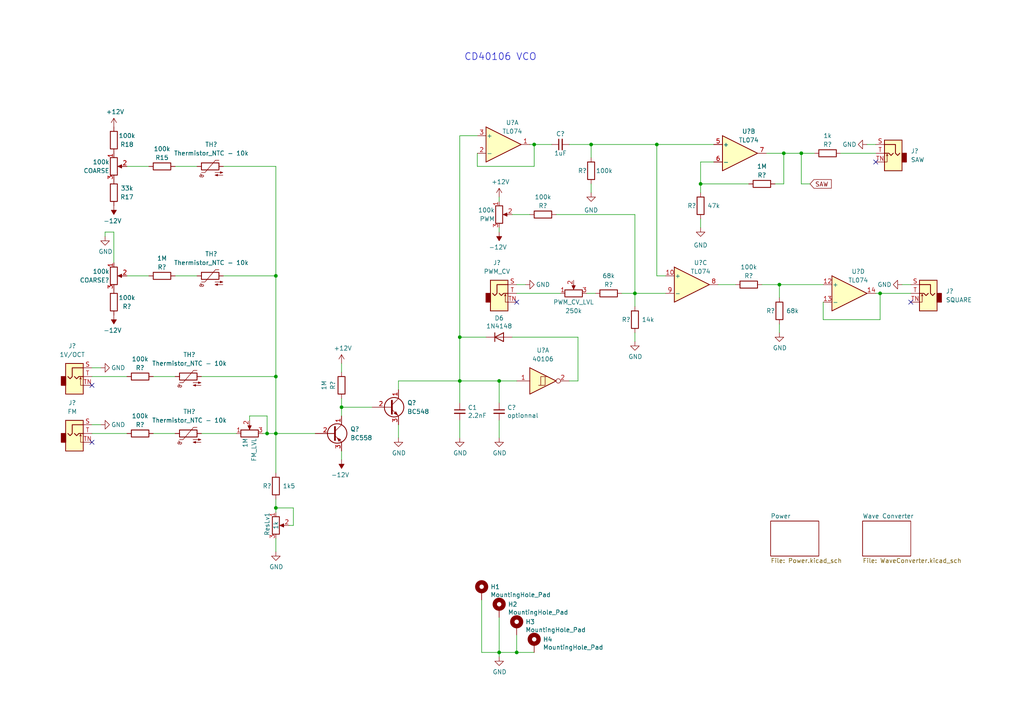
<source format=kicad_sch>
(kicad_sch (version 20211123) (generator eeschema)

  (uuid fea7c5d1-76d6-41a0-b5e3-29889dbb8ce0)

  (paper "A4")

  (lib_symbols
    (symbol "4xxx:40106" (pin_names (offset 1.016)) (in_bom yes) (on_board yes)
      (property "Reference" "U" (id 0) (at 0 1.27 0)
        (effects (font (size 1.27 1.27)))
      )
      (property "Value" "40106" (id 1) (at 0 -1.27 0)
        (effects (font (size 1.27 1.27)))
      )
      (property "Footprint" "" (id 2) (at 0 0 0)
        (effects (font (size 1.27 1.27)) hide)
      )
      (property "Datasheet" "https://assets.nexperia.com/documents/data-sheet/HEF40106B.pdf" (id 3) (at 0 0 0)
        (effects (font (size 1.27 1.27)) hide)
      )
      (property "ki_locked" "" (id 4) (at 0 0 0)
        (effects (font (size 1.27 1.27)))
      )
      (property "ki_keywords" "CMOS" (id 5) (at 0 0 0)
        (effects (font (size 1.27 1.27)) hide)
      )
      (property "ki_description" "Hex Schmitt trigger inverter" (id 6) (at 0 0 0)
        (effects (font (size 1.27 1.27)) hide)
      )
      (property "ki_fp_filters" "DIP?14*" (id 7) (at 0 0 0)
        (effects (font (size 1.27 1.27)) hide)
      )
      (symbol "40106_1_0"
        (polyline
          (pts
            (xy -0.635 -1.27)
            (xy -0.635 1.27)
            (xy 0.635 1.27)
          )
          (stroke (width 0) (type default) (color 0 0 0 0))
          (fill (type none))
        )
        (polyline
          (pts
            (xy -3.81 3.81)
            (xy -3.81 -3.81)
            (xy 3.81 0)
            (xy -3.81 3.81)
          )
          (stroke (width 0.254) (type default) (color 0 0 0 0))
          (fill (type background))
        )
        (polyline
          (pts
            (xy -1.27 -1.27)
            (xy 0.635 -1.27)
            (xy 0.635 1.27)
            (xy 1.27 1.27)
          )
          (stroke (width 0) (type default) (color 0 0 0 0))
          (fill (type none))
        )
        (pin input line (at -7.62 0 0) (length 3.81)
          (name "~" (effects (font (size 1.27 1.27))))
          (number "1" (effects (font (size 1.27 1.27))))
        )
        (pin output inverted (at 7.62 0 180) (length 3.81)
          (name "~" (effects (font (size 1.27 1.27))))
          (number "2" (effects (font (size 1.27 1.27))))
        )
      )
      (symbol "40106_2_0"
        (polyline
          (pts
            (xy -0.635 -1.27)
            (xy -0.635 1.27)
            (xy 0.635 1.27)
          )
          (stroke (width 0) (type default) (color 0 0 0 0))
          (fill (type none))
        )
        (polyline
          (pts
            (xy -3.81 3.81)
            (xy -3.81 -3.81)
            (xy 3.81 0)
            (xy -3.81 3.81)
          )
          (stroke (width 0.254) (type default) (color 0 0 0 0))
          (fill (type background))
        )
        (polyline
          (pts
            (xy -1.27 -1.27)
            (xy 0.635 -1.27)
            (xy 0.635 1.27)
            (xy 1.27 1.27)
          )
          (stroke (width 0) (type default) (color 0 0 0 0))
          (fill (type none))
        )
        (pin input line (at -7.62 0 0) (length 3.81)
          (name "~" (effects (font (size 1.27 1.27))))
          (number "3" (effects (font (size 1.27 1.27))))
        )
        (pin output inverted (at 7.62 0 180) (length 3.81)
          (name "~" (effects (font (size 1.27 1.27))))
          (number "4" (effects (font (size 1.27 1.27))))
        )
      )
      (symbol "40106_3_0"
        (polyline
          (pts
            (xy -0.635 -1.27)
            (xy -0.635 1.27)
            (xy 0.635 1.27)
          )
          (stroke (width 0) (type default) (color 0 0 0 0))
          (fill (type none))
        )
        (polyline
          (pts
            (xy -3.81 3.81)
            (xy -3.81 -3.81)
            (xy 3.81 0)
            (xy -3.81 3.81)
          )
          (stroke (width 0.254) (type default) (color 0 0 0 0))
          (fill (type background))
        )
        (polyline
          (pts
            (xy -1.27 -1.27)
            (xy 0.635 -1.27)
            (xy 0.635 1.27)
            (xy 1.27 1.27)
          )
          (stroke (width 0) (type default) (color 0 0 0 0))
          (fill (type none))
        )
        (pin input line (at -7.62 0 0) (length 3.81)
          (name "~" (effects (font (size 1.27 1.27))))
          (number "5" (effects (font (size 1.27 1.27))))
        )
        (pin output inverted (at 7.62 0 180) (length 3.81)
          (name "~" (effects (font (size 1.27 1.27))))
          (number "6" (effects (font (size 1.27 1.27))))
        )
      )
      (symbol "40106_4_0"
        (polyline
          (pts
            (xy -0.635 -1.27)
            (xy -0.635 1.27)
            (xy 0.635 1.27)
          )
          (stroke (width 0) (type default) (color 0 0 0 0))
          (fill (type none))
        )
        (polyline
          (pts
            (xy -3.81 3.81)
            (xy -3.81 -3.81)
            (xy 3.81 0)
            (xy -3.81 3.81)
          )
          (stroke (width 0.254) (type default) (color 0 0 0 0))
          (fill (type background))
        )
        (polyline
          (pts
            (xy -1.27 -1.27)
            (xy 0.635 -1.27)
            (xy 0.635 1.27)
            (xy 1.27 1.27)
          )
          (stroke (width 0) (type default) (color 0 0 0 0))
          (fill (type none))
        )
        (pin output inverted (at 7.62 0 180) (length 3.81)
          (name "~" (effects (font (size 1.27 1.27))))
          (number "8" (effects (font (size 1.27 1.27))))
        )
        (pin input line (at -7.62 0 0) (length 3.81)
          (name "~" (effects (font (size 1.27 1.27))))
          (number "9" (effects (font (size 1.27 1.27))))
        )
      )
      (symbol "40106_5_0"
        (polyline
          (pts
            (xy -0.635 -1.27)
            (xy -0.635 1.27)
            (xy 0.635 1.27)
          )
          (stroke (width 0) (type default) (color 0 0 0 0))
          (fill (type none))
        )
        (polyline
          (pts
            (xy -3.81 3.81)
            (xy -3.81 -3.81)
            (xy 3.81 0)
            (xy -3.81 3.81)
          )
          (stroke (width 0.254) (type default) (color 0 0 0 0))
          (fill (type background))
        )
        (polyline
          (pts
            (xy -1.27 -1.27)
            (xy 0.635 -1.27)
            (xy 0.635 1.27)
            (xy 1.27 1.27)
          )
          (stroke (width 0) (type default) (color 0 0 0 0))
          (fill (type none))
        )
        (pin output inverted (at 7.62 0 180) (length 3.81)
          (name "~" (effects (font (size 1.27 1.27))))
          (number "10" (effects (font (size 1.27 1.27))))
        )
        (pin input line (at -7.62 0 0) (length 3.81)
          (name "~" (effects (font (size 1.27 1.27))))
          (number "11" (effects (font (size 1.27 1.27))))
        )
      )
      (symbol "40106_6_0"
        (polyline
          (pts
            (xy -0.635 -1.27)
            (xy -0.635 1.27)
            (xy 0.635 1.27)
          )
          (stroke (width 0) (type default) (color 0 0 0 0))
          (fill (type none))
        )
        (polyline
          (pts
            (xy -3.81 3.81)
            (xy -3.81 -3.81)
            (xy 3.81 0)
            (xy -3.81 3.81)
          )
          (stroke (width 0.254) (type default) (color 0 0 0 0))
          (fill (type background))
        )
        (polyline
          (pts
            (xy -1.27 -1.27)
            (xy 0.635 -1.27)
            (xy 0.635 1.27)
            (xy 1.27 1.27)
          )
          (stroke (width 0) (type default) (color 0 0 0 0))
          (fill (type none))
        )
        (pin output inverted (at 7.62 0 180) (length 3.81)
          (name "~" (effects (font (size 1.27 1.27))))
          (number "12" (effects (font (size 1.27 1.27))))
        )
        (pin input line (at -7.62 0 0) (length 3.81)
          (name "~" (effects (font (size 1.27 1.27))))
          (number "13" (effects (font (size 1.27 1.27))))
        )
      )
      (symbol "40106_7_0"
        (pin power_in line (at 0 12.7 270) (length 5.08)
          (name "VDD" (effects (font (size 1.27 1.27))))
          (number "14" (effects (font (size 1.27 1.27))))
        )
        (pin power_in line (at 0 -12.7 90) (length 5.08)
          (name "VSS" (effects (font (size 1.27 1.27))))
          (number "7" (effects (font (size 1.27 1.27))))
        )
      )
      (symbol "40106_7_1"
        (rectangle (start -5.08 7.62) (end 5.08 -7.62)
          (stroke (width 0.254) (type default) (color 0 0 0 0))
          (fill (type background))
        )
      )
    )
    (symbol "Amplifier_Operational:TL074" (pin_names (offset 0.127)) (in_bom yes) (on_board yes)
      (property "Reference" "U" (id 0) (at 0 5.08 0)
        (effects (font (size 1.27 1.27)) (justify left))
      )
      (property "Value" "TL074" (id 1) (at 0 -5.08 0)
        (effects (font (size 1.27 1.27)) (justify left))
      )
      (property "Footprint" "" (id 2) (at -1.27 2.54 0)
        (effects (font (size 1.27 1.27)) hide)
      )
      (property "Datasheet" "http://www.ti.com/lit/ds/symlink/tl071.pdf" (id 3) (at 1.27 5.08 0)
        (effects (font (size 1.27 1.27)) hide)
      )
      (property "ki_locked" "" (id 4) (at 0 0 0)
        (effects (font (size 1.27 1.27)))
      )
      (property "ki_keywords" "quad opamp" (id 5) (at 0 0 0)
        (effects (font (size 1.27 1.27)) hide)
      )
      (property "ki_description" "Quad Low-Noise JFET-Input Operational Amplifiers, DIP-14/SOIC-14" (id 6) (at 0 0 0)
        (effects (font (size 1.27 1.27)) hide)
      )
      (property "ki_fp_filters" "SOIC*3.9x8.7mm*P1.27mm* DIP*W7.62mm* TSSOP*4.4x5mm*P0.65mm* SSOP*5.3x6.2mm*P0.65mm* MSOP*3x3mm*P0.5mm*" (id 7) (at 0 0 0)
        (effects (font (size 1.27 1.27)) hide)
      )
      (symbol "TL074_1_1"
        (polyline
          (pts
            (xy -5.08 5.08)
            (xy 5.08 0)
            (xy -5.08 -5.08)
            (xy -5.08 5.08)
          )
          (stroke (width 0.254) (type default) (color 0 0 0 0))
          (fill (type background))
        )
        (pin output line (at 7.62 0 180) (length 2.54)
          (name "~" (effects (font (size 1.27 1.27))))
          (number "1" (effects (font (size 1.27 1.27))))
        )
        (pin input line (at -7.62 -2.54 0) (length 2.54)
          (name "-" (effects (font (size 1.27 1.27))))
          (number "2" (effects (font (size 1.27 1.27))))
        )
        (pin input line (at -7.62 2.54 0) (length 2.54)
          (name "+" (effects (font (size 1.27 1.27))))
          (number "3" (effects (font (size 1.27 1.27))))
        )
      )
      (symbol "TL074_2_1"
        (polyline
          (pts
            (xy -5.08 5.08)
            (xy 5.08 0)
            (xy -5.08 -5.08)
            (xy -5.08 5.08)
          )
          (stroke (width 0.254) (type default) (color 0 0 0 0))
          (fill (type background))
        )
        (pin input line (at -7.62 2.54 0) (length 2.54)
          (name "+" (effects (font (size 1.27 1.27))))
          (number "5" (effects (font (size 1.27 1.27))))
        )
        (pin input line (at -7.62 -2.54 0) (length 2.54)
          (name "-" (effects (font (size 1.27 1.27))))
          (number "6" (effects (font (size 1.27 1.27))))
        )
        (pin output line (at 7.62 0 180) (length 2.54)
          (name "~" (effects (font (size 1.27 1.27))))
          (number "7" (effects (font (size 1.27 1.27))))
        )
      )
      (symbol "TL074_3_1"
        (polyline
          (pts
            (xy -5.08 5.08)
            (xy 5.08 0)
            (xy -5.08 -5.08)
            (xy -5.08 5.08)
          )
          (stroke (width 0.254) (type default) (color 0 0 0 0))
          (fill (type background))
        )
        (pin input line (at -7.62 2.54 0) (length 2.54)
          (name "+" (effects (font (size 1.27 1.27))))
          (number "10" (effects (font (size 1.27 1.27))))
        )
        (pin output line (at 7.62 0 180) (length 2.54)
          (name "~" (effects (font (size 1.27 1.27))))
          (number "8" (effects (font (size 1.27 1.27))))
        )
        (pin input line (at -7.62 -2.54 0) (length 2.54)
          (name "-" (effects (font (size 1.27 1.27))))
          (number "9" (effects (font (size 1.27 1.27))))
        )
      )
      (symbol "TL074_4_1"
        (polyline
          (pts
            (xy -5.08 5.08)
            (xy 5.08 0)
            (xy -5.08 -5.08)
            (xy -5.08 5.08)
          )
          (stroke (width 0.254) (type default) (color 0 0 0 0))
          (fill (type background))
        )
        (pin input line (at -7.62 2.54 0) (length 2.54)
          (name "+" (effects (font (size 1.27 1.27))))
          (number "12" (effects (font (size 1.27 1.27))))
        )
        (pin input line (at -7.62 -2.54 0) (length 2.54)
          (name "-" (effects (font (size 1.27 1.27))))
          (number "13" (effects (font (size 1.27 1.27))))
        )
        (pin output line (at 7.62 0 180) (length 2.54)
          (name "~" (effects (font (size 1.27 1.27))))
          (number "14" (effects (font (size 1.27 1.27))))
        )
      )
      (symbol "TL074_5_1"
        (pin power_in line (at -2.54 -7.62 90) (length 3.81)
          (name "V-" (effects (font (size 1.27 1.27))))
          (number "11" (effects (font (size 1.27 1.27))))
        )
        (pin power_in line (at -2.54 7.62 270) (length 3.81)
          (name "V+" (effects (font (size 1.27 1.27))))
          (number "4" (effects (font (size 1.27 1.27))))
        )
      )
    )
    (symbol "Connector:AudioJack2_SwitchT" (in_bom yes) (on_board yes)
      (property "Reference" "J" (id 0) (at 0 8.89 0)
        (effects (font (size 1.27 1.27)))
      )
      (property "Value" "AudioJack2_SwitchT" (id 1) (at 0 6.35 0)
        (effects (font (size 1.27 1.27)))
      )
      (property "Footprint" "" (id 2) (at 0 0 0)
        (effects (font (size 1.27 1.27)) hide)
      )
      (property "Datasheet" "~" (id 3) (at 0 0 0)
        (effects (font (size 1.27 1.27)) hide)
      )
      (property "ki_keywords" "audio jack receptacle mono headphones phone TS connector" (id 4) (at 0 0 0)
        (effects (font (size 1.27 1.27)) hide)
      )
      (property "ki_description" "Audio Jack, 2 Poles (Mono / TS), Switched T Pole (Normalling)" (id 5) (at 0 0 0)
        (effects (font (size 1.27 1.27)) hide)
      )
      (property "ki_fp_filters" "Jack*" (id 6) (at 0 0 0)
        (effects (font (size 1.27 1.27)) hide)
      )
      (symbol "AudioJack2_SwitchT_0_1"
        (rectangle (start -2.54 0) (end -3.81 -2.54)
          (stroke (width 0.254) (type default) (color 0 0 0 0))
          (fill (type outline))
        )
        (polyline
          (pts
            (xy 1.778 -0.254)
            (xy 2.032 -0.762)
          )
          (stroke (width 0) (type default) (color 0 0 0 0))
          (fill (type none))
        )
        (polyline
          (pts
            (xy 0 0)
            (xy 0.635 -0.635)
            (xy 1.27 0)
            (xy 2.54 0)
          )
          (stroke (width 0.254) (type default) (color 0 0 0 0))
          (fill (type none))
        )
        (polyline
          (pts
            (xy 2.54 -2.54)
            (xy 1.778 -2.54)
            (xy 1.778 -0.254)
            (xy 1.524 -0.762)
          )
          (stroke (width 0) (type default) (color 0 0 0 0))
          (fill (type none))
        )
        (polyline
          (pts
            (xy 2.54 2.54)
            (xy -0.635 2.54)
            (xy -0.635 0)
            (xy -1.27 -0.635)
            (xy -1.905 0)
          )
          (stroke (width 0.254) (type default) (color 0 0 0 0))
          (fill (type none))
        )
        (rectangle (start 2.54 3.81) (end -2.54 -5.08)
          (stroke (width 0.254) (type default) (color 0 0 0 0))
          (fill (type background))
        )
      )
      (symbol "AudioJack2_SwitchT_1_1"
        (pin passive line (at 5.08 2.54 180) (length 2.54)
          (name "~" (effects (font (size 1.27 1.27))))
          (number "S" (effects (font (size 1.27 1.27))))
        )
        (pin passive line (at 5.08 0 180) (length 2.54)
          (name "~" (effects (font (size 1.27 1.27))))
          (number "T" (effects (font (size 1.27 1.27))))
        )
        (pin passive line (at 5.08 -2.54 180) (length 2.54)
          (name "~" (effects (font (size 1.27 1.27))))
          (number "TN" (effects (font (size 1.27 1.27))))
        )
      )
    )
    (symbol "Device:C_Small" (pin_numbers hide) (pin_names (offset 0.254) hide) (in_bom yes) (on_board yes)
      (property "Reference" "C" (id 0) (at 0.254 1.778 0)
        (effects (font (size 1.27 1.27)) (justify left))
      )
      (property "Value" "C_Small" (id 1) (at 0.254 -2.032 0)
        (effects (font (size 1.27 1.27)) (justify left))
      )
      (property "Footprint" "" (id 2) (at 0 0 0)
        (effects (font (size 1.27 1.27)) hide)
      )
      (property "Datasheet" "~" (id 3) (at 0 0 0)
        (effects (font (size 1.27 1.27)) hide)
      )
      (property "ki_keywords" "capacitor cap" (id 4) (at 0 0 0)
        (effects (font (size 1.27 1.27)) hide)
      )
      (property "ki_description" "Unpolarized capacitor, small symbol" (id 5) (at 0 0 0)
        (effects (font (size 1.27 1.27)) hide)
      )
      (property "ki_fp_filters" "C_*" (id 6) (at 0 0 0)
        (effects (font (size 1.27 1.27)) hide)
      )
      (symbol "C_Small_0_1"
        (polyline
          (pts
            (xy -1.524 -0.508)
            (xy 1.524 -0.508)
          )
          (stroke (width 0.3302) (type default) (color 0 0 0 0))
          (fill (type none))
        )
        (polyline
          (pts
            (xy -1.524 0.508)
            (xy 1.524 0.508)
          )
          (stroke (width 0.3048) (type default) (color 0 0 0 0))
          (fill (type none))
        )
      )
      (symbol "C_Small_1_1"
        (pin passive line (at 0 2.54 270) (length 2.032)
          (name "~" (effects (font (size 1.27 1.27))))
          (number "1" (effects (font (size 1.27 1.27))))
        )
        (pin passive line (at 0 -2.54 90) (length 2.032)
          (name "~" (effects (font (size 1.27 1.27))))
          (number "2" (effects (font (size 1.27 1.27))))
        )
      )
    )
    (symbol "Device:D" (pin_numbers hide) (pin_names (offset 1.016) hide) (in_bom yes) (on_board yes)
      (property "Reference" "D" (id 0) (at 0 2.54 0)
        (effects (font (size 1.27 1.27)))
      )
      (property "Value" "D" (id 1) (at 0 -2.54 0)
        (effects (font (size 1.27 1.27)))
      )
      (property "Footprint" "" (id 2) (at 0 0 0)
        (effects (font (size 1.27 1.27)) hide)
      )
      (property "Datasheet" "~" (id 3) (at 0 0 0)
        (effects (font (size 1.27 1.27)) hide)
      )
      (property "ki_keywords" "diode" (id 4) (at 0 0 0)
        (effects (font (size 1.27 1.27)) hide)
      )
      (property "ki_description" "Diode" (id 5) (at 0 0 0)
        (effects (font (size 1.27 1.27)) hide)
      )
      (property "ki_fp_filters" "TO-???* *_Diode_* *SingleDiode* D_*" (id 6) (at 0 0 0)
        (effects (font (size 1.27 1.27)) hide)
      )
      (symbol "D_0_1"
        (polyline
          (pts
            (xy -1.27 1.27)
            (xy -1.27 -1.27)
          )
          (stroke (width 0.254) (type default) (color 0 0 0 0))
          (fill (type none))
        )
        (polyline
          (pts
            (xy 1.27 0)
            (xy -1.27 0)
          )
          (stroke (width 0) (type default) (color 0 0 0 0))
          (fill (type none))
        )
        (polyline
          (pts
            (xy 1.27 1.27)
            (xy 1.27 -1.27)
            (xy -1.27 0)
            (xy 1.27 1.27)
          )
          (stroke (width 0.254) (type default) (color 0 0 0 0))
          (fill (type none))
        )
      )
      (symbol "D_1_1"
        (pin passive line (at -3.81 0 0) (length 2.54)
          (name "K" (effects (font (size 1.27 1.27))))
          (number "1" (effects (font (size 1.27 1.27))))
        )
        (pin passive line (at 3.81 0 180) (length 2.54)
          (name "A" (effects (font (size 1.27 1.27))))
          (number "2" (effects (font (size 1.27 1.27))))
        )
      )
    )
    (symbol "Device:R" (pin_numbers hide) (pin_names (offset 0)) (in_bom yes) (on_board yes)
      (property "Reference" "R" (id 0) (at 2.032 0 90)
        (effects (font (size 1.27 1.27)))
      )
      (property "Value" "R" (id 1) (at 0 0 90)
        (effects (font (size 1.27 1.27)))
      )
      (property "Footprint" "" (id 2) (at -1.778 0 90)
        (effects (font (size 1.27 1.27)) hide)
      )
      (property "Datasheet" "~" (id 3) (at 0 0 0)
        (effects (font (size 1.27 1.27)) hide)
      )
      (property "ki_keywords" "R res resistor" (id 4) (at 0 0 0)
        (effects (font (size 1.27 1.27)) hide)
      )
      (property "ki_description" "Resistor" (id 5) (at 0 0 0)
        (effects (font (size 1.27 1.27)) hide)
      )
      (property "ki_fp_filters" "R_*" (id 6) (at 0 0 0)
        (effects (font (size 1.27 1.27)) hide)
      )
      (symbol "R_0_1"
        (rectangle (start -1.016 -2.54) (end 1.016 2.54)
          (stroke (width 0.254) (type default) (color 0 0 0 0))
          (fill (type none))
        )
      )
      (symbol "R_1_1"
        (pin passive line (at 0 3.81 270) (length 1.27)
          (name "~" (effects (font (size 1.27 1.27))))
          (number "1" (effects (font (size 1.27 1.27))))
        )
        (pin passive line (at 0 -3.81 90) (length 1.27)
          (name "~" (effects (font (size 1.27 1.27))))
          (number "2" (effects (font (size 1.27 1.27))))
        )
      )
    )
    (symbol "Device:R_POT" (pin_names (offset 1.016) hide) (in_bom yes) (on_board yes)
      (property "Reference" "RV" (id 0) (at -4.445 0 90)
        (effects (font (size 1.27 1.27)))
      )
      (property "Value" "Device_R_POT" (id 1) (at -2.54 0 90)
        (effects (font (size 1.27 1.27)))
      )
      (property "Footprint" "" (id 2) (at 0 0 0)
        (effects (font (size 1.27 1.27)) hide)
      )
      (property "Datasheet" "" (id 3) (at 0 0 0)
        (effects (font (size 1.27 1.27)) hide)
      )
      (property "ki_fp_filters" "Potentiometer*" (id 4) (at 0 0 0)
        (effects (font (size 1.27 1.27)) hide)
      )
      (symbol "R_POT_0_1"
        (polyline
          (pts
            (xy 2.54 0)
            (xy 1.524 0)
          )
          (stroke (width 0) (type default) (color 0 0 0 0))
          (fill (type none))
        )
        (polyline
          (pts
            (xy 1.143 0)
            (xy 2.286 0.508)
            (xy 2.286 -0.508)
            (xy 1.143 0)
          )
          (stroke (width 0) (type default) (color 0 0 0 0))
          (fill (type outline))
        )
        (rectangle (start 1.016 2.54) (end -1.016 -2.54)
          (stroke (width 0.254) (type default) (color 0 0 0 0))
          (fill (type none))
        )
      )
      (symbol "R_POT_1_1"
        (pin passive line (at 0 3.81 270) (length 1.27)
          (name "1" (effects (font (size 1.27 1.27))))
          (number "1" (effects (font (size 1.27 1.27))))
        )
        (pin passive line (at 3.81 0 180) (length 1.27)
          (name "2" (effects (font (size 1.27 1.27))))
          (number "2" (effects (font (size 1.27 1.27))))
        )
        (pin passive line (at 0 -3.81 90) (length 1.27)
          (name "3" (effects (font (size 1.27 1.27))))
          (number "3" (effects (font (size 1.27 1.27))))
        )
      )
    )
    (symbol "Device:Thermistor_NTC" (pin_numbers hide) (pin_names (offset 0)) (in_bom yes) (on_board yes)
      (property "Reference" "TH" (id 0) (at -4.445 0 90)
        (effects (font (size 1.27 1.27)))
      )
      (property "Value" "Thermistor_NTC" (id 1) (at 3.175 0 90)
        (effects (font (size 1.27 1.27)))
      )
      (property "Footprint" "" (id 2) (at 0 1.27 0)
        (effects (font (size 1.27 1.27)) hide)
      )
      (property "Datasheet" "~" (id 3) (at 0 1.27 0)
        (effects (font (size 1.27 1.27)) hide)
      )
      (property "ki_keywords" "thermistor NTC resistor sensor RTD" (id 4) (at 0 0 0)
        (effects (font (size 1.27 1.27)) hide)
      )
      (property "ki_description" "Temperature dependent resistor, negative temperature coefficient" (id 5) (at 0 0 0)
        (effects (font (size 1.27 1.27)) hide)
      )
      (property "ki_fp_filters" "*NTC* *Thermistor* PIN?ARRAY* bornier* *Terminal?Block* R_*" (id 6) (at 0 0 0)
        (effects (font (size 1.27 1.27)) hide)
      )
      (symbol "Thermistor_NTC_0_1"
        (arc (start -3.048 2.159) (mid -3.0495 2.3143) (end -3.175 2.413)
          (stroke (width 0) (type default) (color 0 0 0 0))
          (fill (type none))
        )
        (arc (start -3.048 2.159) (mid -2.9736 1.9794) (end -2.794 1.905)
          (stroke (width 0) (type default) (color 0 0 0 0))
          (fill (type none))
        )
        (arc (start -3.048 2.794) (mid -2.9736 2.6144) (end -2.794 2.54)
          (stroke (width 0) (type default) (color 0 0 0 0))
          (fill (type none))
        )
        (arc (start -2.794 1.905) (mid -2.6144 1.9794) (end -2.54 2.159)
          (stroke (width 0) (type default) (color 0 0 0 0))
          (fill (type none))
        )
        (arc (start -2.794 2.54) (mid -2.4393 2.5587) (end -2.159 2.794)
          (stroke (width 0) (type default) (color 0 0 0 0))
          (fill (type none))
        )
        (arc (start -2.794 3.048) (mid -2.9736 2.9736) (end -3.048 2.794)
          (stroke (width 0) (type default) (color 0 0 0 0))
          (fill (type none))
        )
        (arc (start -2.54 2.794) (mid -2.6144 2.9736) (end -2.794 3.048)
          (stroke (width 0) (type default) (color 0 0 0 0))
          (fill (type none))
        )
        (rectangle (start -1.016 2.54) (end 1.016 -2.54)
          (stroke (width 0.254) (type default) (color 0 0 0 0))
          (fill (type none))
        )
        (polyline
          (pts
            (xy -2.54 2.159)
            (xy -2.54 2.794)
          )
          (stroke (width 0) (type default) (color 0 0 0 0))
          (fill (type none))
        )
        (polyline
          (pts
            (xy -1.778 2.54)
            (xy -1.778 1.524)
            (xy 1.778 -1.524)
            (xy 1.778 -2.54)
          )
          (stroke (width 0) (type default) (color 0 0 0 0))
          (fill (type none))
        )
        (polyline
          (pts
            (xy -2.54 -3.683)
            (xy -2.54 -1.397)
            (xy -2.794 -2.159)
            (xy -2.286 -2.159)
            (xy -2.54 -1.397)
            (xy -2.54 -1.651)
          )
          (stroke (width 0) (type default) (color 0 0 0 0))
          (fill (type outline))
        )
        (polyline
          (pts
            (xy -1.778 -1.397)
            (xy -1.778 -3.683)
            (xy -2.032 -2.921)
            (xy -1.524 -2.921)
            (xy -1.778 -3.683)
            (xy -1.778 -3.429)
          )
          (stroke (width 0) (type default) (color 0 0 0 0))
          (fill (type outline))
        )
      )
      (symbol "Thermistor_NTC_1_1"
        (pin passive line (at 0 3.81 270) (length 1.27)
          (name "~" (effects (font (size 1.27 1.27))))
          (number "1" (effects (font (size 1.27 1.27))))
        )
        (pin passive line (at 0 -3.81 90) (length 1.27)
          (name "~" (effects (font (size 1.27 1.27))))
          (number "2" (effects (font (size 1.27 1.27))))
        )
      )
    )
    (symbol "Mechanical:MountingHole_Pad" (pin_numbers hide) (pin_names (offset 1.016) hide) (in_bom yes) (on_board yes)
      (property "Reference" "H" (id 0) (at 0 6.35 0)
        (effects (font (size 1.27 1.27)))
      )
      (property "Value" "MountingHole_Pad" (id 1) (at 0 4.445 0)
        (effects (font (size 1.27 1.27)))
      )
      (property "Footprint" "" (id 2) (at 0 0 0)
        (effects (font (size 1.27 1.27)) hide)
      )
      (property "Datasheet" "~" (id 3) (at 0 0 0)
        (effects (font (size 1.27 1.27)) hide)
      )
      (property "ki_keywords" "mounting hole" (id 4) (at 0 0 0)
        (effects (font (size 1.27 1.27)) hide)
      )
      (property "ki_description" "Mounting Hole with connection" (id 5) (at 0 0 0)
        (effects (font (size 1.27 1.27)) hide)
      )
      (property "ki_fp_filters" "MountingHole*Pad*" (id 6) (at 0 0 0)
        (effects (font (size 1.27 1.27)) hide)
      )
      (symbol "MountingHole_Pad_0_1"
        (circle (center 0 1.27) (radius 1.27)
          (stroke (width 1.27) (type default) (color 0 0 0 0))
          (fill (type none))
        )
      )
      (symbol "MountingHole_Pad_1_1"
        (pin input line (at 0 -2.54 90) (length 2.54)
          (name "1" (effects (font (size 1.27 1.27))))
          (number "1" (effects (font (size 1.27 1.27))))
        )
      )
    )
    (symbol "Transistor_BJT:BC548" (pin_names (offset 0) hide) (in_bom yes) (on_board yes)
      (property "Reference" "Q" (id 0) (at 5.08 1.905 0)
        (effects (font (size 1.27 1.27)) (justify left))
      )
      (property "Value" "BC548" (id 1) (at 5.08 0 0)
        (effects (font (size 1.27 1.27)) (justify left))
      )
      (property "Footprint" "Package_TO_SOT_THT:TO-92_Inline" (id 2) (at 5.08 -1.905 0)
        (effects (font (size 1.27 1.27) italic) (justify left) hide)
      )
      (property "Datasheet" "https://www.onsemi.com/pub/Collateral/BC550-D.pdf" (id 3) (at 0 0 0)
        (effects (font (size 1.27 1.27)) (justify left) hide)
      )
      (property "ki_keywords" "NPN Transistor" (id 4) (at 0 0 0)
        (effects (font (size 1.27 1.27)) hide)
      )
      (property "ki_description" "0.1A Ic, 30V Vce, Small Signal NPN Transistor, TO-92" (id 5) (at 0 0 0)
        (effects (font (size 1.27 1.27)) hide)
      )
      (property "ki_fp_filters" "TO?92*" (id 6) (at 0 0 0)
        (effects (font (size 1.27 1.27)) hide)
      )
      (symbol "BC548_0_1"
        (polyline
          (pts
            (xy 0 0)
            (xy 0.635 0)
          )
          (stroke (width 0) (type default) (color 0 0 0 0))
          (fill (type none))
        )
        (polyline
          (pts
            (xy 0.635 0.635)
            (xy 2.54 2.54)
          )
          (stroke (width 0) (type default) (color 0 0 0 0))
          (fill (type none))
        )
        (polyline
          (pts
            (xy 0.635 -0.635)
            (xy 2.54 -2.54)
            (xy 2.54 -2.54)
          )
          (stroke (width 0) (type default) (color 0 0 0 0))
          (fill (type none))
        )
        (polyline
          (pts
            (xy 0.635 1.905)
            (xy 0.635 -1.905)
            (xy 0.635 -1.905)
          )
          (stroke (width 0.508) (type default) (color 0 0 0 0))
          (fill (type none))
        )
        (polyline
          (pts
            (xy 1.27 -1.778)
            (xy 1.778 -1.27)
            (xy 2.286 -2.286)
            (xy 1.27 -1.778)
            (xy 1.27 -1.778)
          )
          (stroke (width 0) (type default) (color 0 0 0 0))
          (fill (type outline))
        )
        (circle (center 1.27 0) (radius 2.8194)
          (stroke (width 0.254) (type default) (color 0 0 0 0))
          (fill (type none))
        )
      )
      (symbol "BC548_1_1"
        (pin passive line (at 2.54 5.08 270) (length 2.54)
          (name "C" (effects (font (size 1.27 1.27))))
          (number "1" (effects (font (size 1.27 1.27))))
        )
        (pin input line (at -5.08 0 0) (length 5.08)
          (name "B" (effects (font (size 1.27 1.27))))
          (number "2" (effects (font (size 1.27 1.27))))
        )
        (pin passive line (at 2.54 -5.08 90) (length 2.54)
          (name "E" (effects (font (size 1.27 1.27))))
          (number "3" (effects (font (size 1.27 1.27))))
        )
      )
    )
    (symbol "Transistor_BJT:BC558" (pin_names (offset 0) hide) (in_bom yes) (on_board yes)
      (property "Reference" "Q" (id 0) (at 5.08 1.905 0)
        (effects (font (size 1.27 1.27)) (justify left))
      )
      (property "Value" "BC558" (id 1) (at 5.08 0 0)
        (effects (font (size 1.27 1.27)) (justify left))
      )
      (property "Footprint" "Package_TO_SOT_THT:TO-92_Inline" (id 2) (at 5.08 -1.905 0)
        (effects (font (size 1.27 1.27) italic) (justify left) hide)
      )
      (property "Datasheet" "https://www.onsemi.com/pub/Collateral/BC556BTA-D.pdf" (id 3) (at 0 0 0)
        (effects (font (size 1.27 1.27)) (justify left) hide)
      )
      (property "ki_keywords" "PNP Transistor" (id 4) (at 0 0 0)
        (effects (font (size 1.27 1.27)) hide)
      )
      (property "ki_description" "0.1A Ic, 30V Vce, PNP Small Signal Transistor, TO-92" (id 5) (at 0 0 0)
        (effects (font (size 1.27 1.27)) hide)
      )
      (property "ki_fp_filters" "TO?92*" (id 6) (at 0 0 0)
        (effects (font (size 1.27 1.27)) hide)
      )
      (symbol "BC558_0_1"
        (polyline
          (pts
            (xy 0.635 0.635)
            (xy 2.54 2.54)
          )
          (stroke (width 0) (type default) (color 0 0 0 0))
          (fill (type none))
        )
        (polyline
          (pts
            (xy 0.635 -0.635)
            (xy 2.54 -2.54)
            (xy 2.54 -2.54)
          )
          (stroke (width 0) (type default) (color 0 0 0 0))
          (fill (type none))
        )
        (polyline
          (pts
            (xy 0.635 1.905)
            (xy 0.635 -1.905)
            (xy 0.635 -1.905)
          )
          (stroke (width 0.508) (type default) (color 0 0 0 0))
          (fill (type none))
        )
        (polyline
          (pts
            (xy 2.286 -1.778)
            (xy 1.778 -2.286)
            (xy 1.27 -1.27)
            (xy 2.286 -1.778)
            (xy 2.286 -1.778)
          )
          (stroke (width 0) (type default) (color 0 0 0 0))
          (fill (type outline))
        )
        (circle (center 1.27 0) (radius 2.8194)
          (stroke (width 0.254) (type default) (color 0 0 0 0))
          (fill (type none))
        )
      )
      (symbol "BC558_1_1"
        (pin passive line (at 2.54 5.08 270) (length 2.54)
          (name "C" (effects (font (size 1.27 1.27))))
          (number "1" (effects (font (size 1.27 1.27))))
        )
        (pin input line (at -5.08 0 0) (length 5.715)
          (name "B" (effects (font (size 1.27 1.27))))
          (number "2" (effects (font (size 1.27 1.27))))
        )
        (pin passive line (at 2.54 -5.08 90) (length 2.54)
          (name "E" (effects (font (size 1.27 1.27))))
          (number "3" (effects (font (size 1.27 1.27))))
        )
      )
    )
    (symbol "power:+12V" (power) (pin_names (offset 0)) (in_bom yes) (on_board yes)
      (property "Reference" "#PWR" (id 0) (at 0 -3.81 0)
        (effects (font (size 1.27 1.27)) hide)
      )
      (property "Value" "+12V" (id 1) (at 0 3.556 0)
        (effects (font (size 1.27 1.27)))
      )
      (property "Footprint" "" (id 2) (at 0 0 0)
        (effects (font (size 1.27 1.27)) hide)
      )
      (property "Datasheet" "" (id 3) (at 0 0 0)
        (effects (font (size 1.27 1.27)) hide)
      )
      (property "ki_keywords" "power-flag" (id 4) (at 0 0 0)
        (effects (font (size 1.27 1.27)) hide)
      )
      (property "ki_description" "Power symbol creates a global label with name \"+12V\"" (id 5) (at 0 0 0)
        (effects (font (size 1.27 1.27)) hide)
      )
      (symbol "+12V_0_1"
        (polyline
          (pts
            (xy -0.762 1.27)
            (xy 0 2.54)
          )
          (stroke (width 0) (type default) (color 0 0 0 0))
          (fill (type none))
        )
        (polyline
          (pts
            (xy 0 0)
            (xy 0 2.54)
          )
          (stroke (width 0) (type default) (color 0 0 0 0))
          (fill (type none))
        )
        (polyline
          (pts
            (xy 0 2.54)
            (xy 0.762 1.27)
          )
          (stroke (width 0) (type default) (color 0 0 0 0))
          (fill (type none))
        )
      )
      (symbol "+12V_1_1"
        (pin power_in line (at 0 0 90) (length 0) hide
          (name "+12V" (effects (font (size 1.27 1.27))))
          (number "1" (effects (font (size 1.27 1.27))))
        )
      )
    )
    (symbol "power:-12V" (power) (pin_names (offset 0)) (in_bom yes) (on_board yes)
      (property "Reference" "#PWR" (id 0) (at 0 2.54 0)
        (effects (font (size 1.27 1.27)) hide)
      )
      (property "Value" "-12V" (id 1) (at 0 3.81 0)
        (effects (font (size 1.27 1.27)))
      )
      (property "Footprint" "" (id 2) (at 0 0 0)
        (effects (font (size 1.27 1.27)) hide)
      )
      (property "Datasheet" "" (id 3) (at 0 0 0)
        (effects (font (size 1.27 1.27)) hide)
      )
      (property "ki_keywords" "power-flag" (id 4) (at 0 0 0)
        (effects (font (size 1.27 1.27)) hide)
      )
      (property "ki_description" "Power symbol creates a global label with name \"-12V\"" (id 5) (at 0 0 0)
        (effects (font (size 1.27 1.27)) hide)
      )
      (symbol "-12V_0_0"
        (pin power_in line (at 0 0 90) (length 0) hide
          (name "-12V" (effects (font (size 1.27 1.27))))
          (number "1" (effects (font (size 1.27 1.27))))
        )
      )
      (symbol "-12V_0_1"
        (polyline
          (pts
            (xy 0 0)
            (xy 0 1.27)
            (xy 0.762 1.27)
            (xy 0 2.54)
            (xy -0.762 1.27)
            (xy 0 1.27)
          )
          (stroke (width 0) (type default) (color 0 0 0 0))
          (fill (type outline))
        )
      )
    )
    (symbol "power:GND" (power) (pin_names (offset 0)) (in_bom yes) (on_board yes)
      (property "Reference" "#PWR" (id 0) (at 0 -6.35 0)
        (effects (font (size 1.27 1.27)) hide)
      )
      (property "Value" "GND" (id 1) (at 0 -3.81 0)
        (effects (font (size 1.27 1.27)))
      )
      (property "Footprint" "" (id 2) (at 0 0 0)
        (effects (font (size 1.27 1.27)) hide)
      )
      (property "Datasheet" "" (id 3) (at 0 0 0)
        (effects (font (size 1.27 1.27)) hide)
      )
      (property "ki_keywords" "power-flag" (id 4) (at 0 0 0)
        (effects (font (size 1.27 1.27)) hide)
      )
      (property "ki_description" "Power symbol creates a global label with name \"GND\" , ground" (id 5) (at 0 0 0)
        (effects (font (size 1.27 1.27)) hide)
      )
      (symbol "GND_0_1"
        (polyline
          (pts
            (xy 0 0)
            (xy 0 -1.27)
            (xy 1.27 -1.27)
            (xy 0 -2.54)
            (xy -1.27 -1.27)
            (xy 0 -1.27)
          )
          (stroke (width 0) (type default) (color 0 0 0 0))
          (fill (type none))
        )
      )
      (symbol "GND_1_1"
        (pin power_in line (at 0 0 270) (length 0) hide
          (name "GND" (effects (font (size 1.27 1.27))))
          (number "1" (effects (font (size 1.27 1.27))))
        )
      )
    )
  )

  (junction (at 232.41 44.45) (diameter 0) (color 0 0 0 0)
    (uuid 0e872c9d-242b-45e5-97aa-34d3f5f8cdc1)
  )
  (junction (at 203.2 53.34) (diameter 0) (color 0 0 0 0)
    (uuid 14da4632-be49-4f4c-8a7f-f88044db56b7)
  )
  (junction (at 80.01 147.32) (diameter 0) (color 0 0 0 0)
    (uuid 365a21e4-c354-4f28-abb6-1bc918b30ac4)
  )
  (junction (at 149.86 189.23) (diameter 0) (color 0 0 0 0)
    (uuid 3fa05934-8ad1-40a9-af5c-98ad298eb412)
  )
  (junction (at 133.35 110.49) (diameter 0) (color 0 0 0 0)
    (uuid 527ef758-a51c-4d9b-8bb9-ea0c4b4ddab5)
  )
  (junction (at 80.01 80.01) (diameter 0) (color 0 0 0 0)
    (uuid 5ceea4a7-950e-4f65-8281-28b82034d10f)
  )
  (junction (at 133.35 97.79) (diameter 0) (color 0 0 0 0)
    (uuid 6b3d9f74-6041-421a-84ea-b802f1775363)
  )
  (junction (at 77.47 125.73) (diameter 0) (color 0 0 0 0)
    (uuid 6ccb230e-40b4-4ce4-bcb5-828d1bc1594e)
  )
  (junction (at 226.06 82.55) (diameter 0) (color 0 0 0 0)
    (uuid 78350c92-edd7-4ef4-aa77-6c85ce492eec)
  )
  (junction (at 171.45 41.91) (diameter 0) (color 0 0 0 0)
    (uuid 7a43cc8f-ea9a-4fa0-b92a-6dfa4387c7a6)
  )
  (junction (at 190.5 41.91) (diameter 0) (color 0 0 0 0)
    (uuid 7a4f3835-9b6f-45a0-b9e4-e4db8f2cfea6)
  )
  (junction (at 227.33 44.45) (diameter 0) (color 0 0 0 0)
    (uuid 9b1958b2-178b-4930-b062-b37de7b39ad1)
  )
  (junction (at 80.01 109.22) (diameter 0) (color 0 0 0 0)
    (uuid a17df6d2-7bd2-44d3-9a58-bfe18bea8681)
  )
  (junction (at 144.78 110.49) (diameter 0) (color 0 0 0 0)
    (uuid a508a09a-02a7-4e6a-a5ff-7ac6797dd459)
  )
  (junction (at 154.94 41.91) (diameter 0) (color 0 0 0 0)
    (uuid acba2c00-549a-4668-a608-6c1ce4f13334)
  )
  (junction (at 255.27 85.09) (diameter 0) (color 0 0 0 0)
    (uuid b8b95bc2-d202-4dc0-9097-2b71967b2450)
  )
  (junction (at 144.78 189.23) (diameter 0) (color 0 0 0 0)
    (uuid be5a7017-fe9d-43ea-9a6a-8fe8deb78420)
  )
  (junction (at 80.01 125.73) (diameter 0) (color 0 0 0 0)
    (uuid bf79eef2-8182-4c72-b1a6-6f31f77d60ff)
  )
  (junction (at 99.06 118.11) (diameter 0) (color 0 0 0 0)
    (uuid d9ef8183-f170-4e42-8941-2df9d0a00c25)
  )
  (junction (at 184.15 85.09) (diameter 0) (color 0 0 0 0)
    (uuid e3ce32e1-2776-40b1-aa33-0f86851386e5)
  )

  (no_connect (at 149.86 87.63) (uuid 843bdd46-ba27-48d4-8d42-ba7783097341))
  (no_connect (at 26.67 111.76) (uuid cb1a49ef-0a06-4f40-9008-61d1d1c36198))
  (no_connect (at 26.67 128.27) (uuid cfd5e8d5-9754-4370-9867-b20278d1d9de))
  (no_connect (at 264.16 87.63) (uuid d842f612-5f2f-4226-91fa-b7fa7c7849f7))
  (no_connect (at 254 46.99) (uuid f31dfd8a-b820-4d58-9d9e-a16a5b6f663d))

  (wire (pts (xy 148.59 62.23) (xy 153.67 62.23))
    (stroke (width 0) (type default) (color 0 0 0 0))
    (uuid 08bd2dab-c946-4048-98c8-9180bf77cc7f)
  )
  (wire (pts (xy 180.34 85.09) (xy 184.15 85.09))
    (stroke (width 0) (type default) (color 0 0 0 0))
    (uuid 098b050b-2da3-438d-b6ae-6251f6ef4487)
  )
  (wire (pts (xy 203.2 53.34) (xy 203.2 46.99))
    (stroke (width 0) (type default) (color 0 0 0 0))
    (uuid 0b2d4fd9-26ea-48b0-9f04-4d4740c90344)
  )
  (wire (pts (xy 26.67 106.68) (xy 29.21 106.68))
    (stroke (width 0) (type default) (color 0 0 0 0))
    (uuid 0f0f7bb5-ade7-4a81-82b4-43be6a8ad05c)
  )
  (wire (pts (xy 133.35 39.37) (xy 138.43 39.37))
    (stroke (width 0) (type default) (color 0 0 0 0))
    (uuid 11a99085-b756-4a27-8b2e-3c596278ed44)
  )
  (wire (pts (xy 232.41 44.45) (xy 236.22 44.45))
    (stroke (width 0) (type default) (color 0 0 0 0))
    (uuid 13a15a9e-530b-4052-a8aa-91a155afb272)
  )
  (wire (pts (xy 154.94 189.23) (xy 149.86 189.23))
    (stroke (width 0) (type default) (color 0 0 0 0))
    (uuid 17cf1c88-8d51-4538-aa76-e35ac22d0ed0)
  )
  (wire (pts (xy 264.16 82.55) (xy 261.62 82.55))
    (stroke (width 0) (type default) (color 0 0 0 0))
    (uuid 1f78ccc9-5458-4ad9-9d75-db844a6c3b34)
  )
  (wire (pts (xy 30.48 67.31) (xy 30.48 68.58))
    (stroke (width 0) (type default) (color 0 0 0 0))
    (uuid 22ca8213-a0f6-458e-aa08-441de71ddd83)
  )
  (wire (pts (xy 208.28 82.55) (xy 213.36 82.55))
    (stroke (width 0) (type default) (color 0 0 0 0))
    (uuid 22f36172-4754-4511-9e43-64f5022f54d5)
  )
  (wire (pts (xy 227.33 44.45) (xy 222.25 44.45))
    (stroke (width 0) (type default) (color 0 0 0 0))
    (uuid 256458b4-8a83-473e-ad8e-8aaa9cf4d262)
  )
  (wire (pts (xy 72.39 121.92) (xy 72.39 120.65))
    (stroke (width 0) (type default) (color 0 0 0 0))
    (uuid 28a1e7e8-78c7-4ebc-8918-8a063db5b07d)
  )
  (wire (pts (xy 144.78 110.49) (xy 149.86 110.49))
    (stroke (width 0) (type default) (color 0 0 0 0))
    (uuid 29841d5b-5762-490c-a02a-23034f828a5d)
  )
  (wire (pts (xy 99.06 115.57) (xy 99.06 118.11))
    (stroke (width 0) (type default) (color 0 0 0 0))
    (uuid 2d2f4f92-1487-4979-a623-1ab1fda41c11)
  )
  (wire (pts (xy 77.47 125.73) (xy 76.2 125.73))
    (stroke (width 0) (type default) (color 0 0 0 0))
    (uuid 2e70f4a2-297c-41e6-915c-ff2a40dca9f4)
  )
  (wire (pts (xy 203.2 53.34) (xy 217.17 53.34))
    (stroke (width 0) (type default) (color 0 0 0 0))
    (uuid 3045078a-c026-426f-ba04-36d103aaa893)
  )
  (wire (pts (xy 226.06 96.52) (xy 226.06 93.98))
    (stroke (width 0) (type default) (color 0 0 0 0))
    (uuid 31d85665-81b7-4c32-aee8-98f1c935ad23)
  )
  (wire (pts (xy 167.64 110.49) (xy 167.64 97.79))
    (stroke (width 0) (type default) (color 0 0 0 0))
    (uuid 33ed606d-3ade-4d7c-b324-61601ab4f77f)
  )
  (wire (pts (xy 170.18 85.09) (xy 172.72 85.09))
    (stroke (width 0) (type default) (color 0 0 0 0))
    (uuid 343d8c5f-c61d-4d1e-a943-b84ea5da6e71)
  )
  (wire (pts (xy 85.09 147.32) (xy 85.09 152.4))
    (stroke (width 0) (type default) (color 0 0 0 0))
    (uuid 35ce536d-9b71-4e54-b0e8-a1414f5bea00)
  )
  (wire (pts (xy 50.8 80.01) (xy 57.15 80.01))
    (stroke (width 0) (type default) (color 0 0 0 0))
    (uuid 3a1761ca-040d-4efa-a524-4f85bd9d4eab)
  )
  (wire (pts (xy 161.29 62.23) (xy 184.15 62.23))
    (stroke (width 0) (type default) (color 0 0 0 0))
    (uuid 3b3c8876-7cb2-4bf7-b53e-1f9acbbac6aa)
  )
  (wire (pts (xy 99.06 133.35) (xy 99.06 130.81))
    (stroke (width 0) (type default) (color 0 0 0 0))
    (uuid 3b8ef416-a8f0-461b-a8a4-a54f7b4084b4)
  )
  (wire (pts (xy 133.35 110.49) (xy 133.35 116.84))
    (stroke (width 0) (type default) (color 0 0 0 0))
    (uuid 3e27ff0e-ac0d-4896-b204-9ef3aa24fcfb)
  )
  (wire (pts (xy 203.2 46.99) (xy 207.01 46.99))
    (stroke (width 0) (type default) (color 0 0 0 0))
    (uuid 3ff64da1-cc9f-480a-a823-e04829ffa7c1)
  )
  (wire (pts (xy 44.45 109.22) (xy 50.8 109.22))
    (stroke (width 0) (type default) (color 0 0 0 0))
    (uuid 409dcde1-24ee-4332-b08f-517a28e23ff0)
  )
  (wire (pts (xy 36.83 109.22) (xy 26.67 109.22))
    (stroke (width 0) (type default) (color 0 0 0 0))
    (uuid 41c18011-40db-4384-9ba4-c0158d0d9d6a)
  )
  (wire (pts (xy 77.47 120.65) (xy 77.47 125.73))
    (stroke (width 0) (type default) (color 0 0 0 0))
    (uuid 43b95851-aff7-405c-945e-cc511b85ad99)
  )
  (wire (pts (xy 133.35 110.49) (xy 144.78 110.49))
    (stroke (width 0) (type default) (color 0 0 0 0))
    (uuid 459ae621-7252-4271-9c42-098e990f7316)
  )
  (wire (pts (xy 171.45 55.88) (xy 171.45 53.34))
    (stroke (width 0) (type default) (color 0 0 0 0))
    (uuid 47f11a8d-9cd0-42b0-9c3c-25f9b8e8f705)
  )
  (wire (pts (xy 139.7 173.99) (xy 139.7 189.23))
    (stroke (width 0) (type default) (color 0 0 0 0))
    (uuid 49488c82-6277-4d05-a051-6a9df142c373)
  )
  (wire (pts (xy 138.43 44.45) (xy 138.43 48.26))
    (stroke (width 0) (type default) (color 0 0 0 0))
    (uuid 4cad7aaf-41b9-45bb-9a74-d47b5942be44)
  )
  (wire (pts (xy 80.01 156.21) (xy 80.01 160.02))
    (stroke (width 0) (type default) (color 0 0 0 0))
    (uuid 4fec2996-266b-4dd6-917e-e326eddc7ca1)
  )
  (wire (pts (xy 99.06 118.11) (xy 99.06 120.65))
    (stroke (width 0) (type default) (color 0 0 0 0))
    (uuid 52d97c4c-fb46-4e88-b200-0d9a6a30bd2b)
  )
  (wire (pts (xy 138.43 48.26) (xy 154.94 48.26))
    (stroke (width 0) (type default) (color 0 0 0 0))
    (uuid 5751eda1-e641-4aff-af4e-bb0ed7854788)
  )
  (wire (pts (xy 226.06 82.55) (xy 238.76 82.55))
    (stroke (width 0) (type default) (color 0 0 0 0))
    (uuid 58d16dc9-4bbc-4ea7-bcfa-2a8809532fed)
  )
  (wire (pts (xy 227.33 53.34) (xy 224.79 53.34))
    (stroke (width 0) (type default) (color 0 0 0 0))
    (uuid 599f5af1-824c-4fd0-b5f8-a449132735f6)
  )
  (wire (pts (xy 154.94 41.91) (xy 153.67 41.91))
    (stroke (width 0) (type default) (color 0 0 0 0))
    (uuid 5bd97e0f-36a4-45f9-a70e-1841aded109b)
  )
  (wire (pts (xy 149.86 189.23) (xy 144.78 189.23))
    (stroke (width 0) (type default) (color 0 0 0 0))
    (uuid 5eb16f0d-ef1e-4549-97a1-19cd06ad7236)
  )
  (wire (pts (xy 167.64 97.79) (xy 148.59 97.79))
    (stroke (width 0) (type default) (color 0 0 0 0))
    (uuid 5fb15121-135f-4548-9231-37889450ec4d)
  )
  (wire (pts (xy 50.8 48.26) (xy 57.15 48.26))
    (stroke (width 0) (type default) (color 0 0 0 0))
    (uuid 60f7886a-fe8b-461a-b5a8-94cc1d27b1b4)
  )
  (wire (pts (xy 144.78 67.31) (xy 144.78 66.04))
    (stroke (width 0) (type default) (color 0 0 0 0))
    (uuid 6272ef5f-52e2-475e-b57b-df1a1695a1c6)
  )
  (wire (pts (xy 190.5 41.91) (xy 207.01 41.91))
    (stroke (width 0) (type default) (color 0 0 0 0))
    (uuid 639a99ce-9d8d-4a94-8557-b4f8f854d0f5)
  )
  (wire (pts (xy 144.78 127) (xy 144.78 121.92))
    (stroke (width 0) (type default) (color 0 0 0 0))
    (uuid 64df8fdb-ea3e-4df1-8365-33491af6a01f)
  )
  (wire (pts (xy 149.86 82.55) (xy 152.4 82.55))
    (stroke (width 0) (type default) (color 0 0 0 0))
    (uuid 65dce7ec-ed8d-48d0-8d32-bd88a06cfa88)
  )
  (wire (pts (xy 226.06 86.36) (xy 226.06 82.55))
    (stroke (width 0) (type default) (color 0 0 0 0))
    (uuid 6647518e-31e5-40d1-8152-985657fcd441)
  )
  (wire (pts (xy 160.02 41.91) (xy 154.94 41.91))
    (stroke (width 0) (type default) (color 0 0 0 0))
    (uuid 679e4cc1-597c-4efa-9e37-dccba8875bad)
  )
  (wire (pts (xy 36.83 125.73) (xy 26.67 125.73))
    (stroke (width 0) (type default) (color 0 0 0 0))
    (uuid 68219c0f-5ffb-4c5f-b4f4-7a268c9b30e4)
  )
  (wire (pts (xy 227.33 44.45) (xy 232.41 44.45))
    (stroke (width 0) (type default) (color 0 0 0 0))
    (uuid 6b4f2e58-9479-465c-9a8f-92f17b0e721a)
  )
  (wire (pts (xy 43.18 48.26) (xy 36.83 48.26))
    (stroke (width 0) (type default) (color 0 0 0 0))
    (uuid 70a611e7-ad9a-4e38-add0-01f812a598a4)
  )
  (wire (pts (xy 72.39 120.65) (xy 77.47 120.65))
    (stroke (width 0) (type default) (color 0 0 0 0))
    (uuid 744fa95d-2ea8-41c6-9e3d-32748e8c8ede)
  )
  (wire (pts (xy 115.57 110.49) (xy 133.35 110.49))
    (stroke (width 0) (type default) (color 0 0 0 0))
    (uuid 75162366-d5fc-4ad9-9a5e-09de087c9b10)
  )
  (wire (pts (xy 255.27 85.09) (xy 254 85.09))
    (stroke (width 0) (type default) (color 0 0 0 0))
    (uuid 7599fa59-3b57-403a-86da-09a0e246a9fe)
  )
  (wire (pts (xy 80.01 147.32) (xy 80.01 148.59))
    (stroke (width 0) (type default) (color 0 0 0 0))
    (uuid 75c48044-920b-4f0f-be9d-7c2c7ef603b6)
  )
  (wire (pts (xy 255.27 92.71) (xy 255.27 85.09))
    (stroke (width 0) (type default) (color 0 0 0 0))
    (uuid 7901d6c7-92bc-4622-af18-711219eb30a3)
  )
  (wire (pts (xy 58.42 109.22) (xy 80.01 109.22))
    (stroke (width 0) (type default) (color 0 0 0 0))
    (uuid 7995ef33-5b85-4381-a805-72e695b99874)
  )
  (wire (pts (xy 171.45 41.91) (xy 165.1 41.91))
    (stroke (width 0) (type default) (color 0 0 0 0))
    (uuid 7a16377c-8f1a-4021-a07e-3d4bd3aefca2)
  )
  (wire (pts (xy 171.45 45.72) (xy 171.45 41.91))
    (stroke (width 0) (type default) (color 0 0 0 0))
    (uuid 7d82967e-180d-43aa-b811-0c5e8d05ab74)
  )
  (wire (pts (xy 190.5 41.91) (xy 190.5 80.01))
    (stroke (width 0) (type default) (color 0 0 0 0))
    (uuid 7ee606fa-acde-47ec-af32-6f2b3b54acd2)
  )
  (wire (pts (xy 64.77 48.26) (xy 80.01 48.26))
    (stroke (width 0) (type default) (color 0 0 0 0))
    (uuid 81099f55-5bf5-4edb-9886-bf03a19b925e)
  )
  (wire (pts (xy 238.76 87.63) (xy 238.76 92.71))
    (stroke (width 0) (type default) (color 0 0 0 0))
    (uuid 88d7e78a-7b7d-4001-a757-b19e7a342d88)
  )
  (wire (pts (xy 33.02 67.31) (xy 30.48 67.31))
    (stroke (width 0) (type default) (color 0 0 0 0))
    (uuid 88f4f54f-1d9a-4fd2-80d6-49cd6aa3b3b2)
  )
  (wire (pts (xy 80.01 125.73) (xy 80.01 137.16))
    (stroke (width 0) (type default) (color 0 0 0 0))
    (uuid 8aba8d7d-21a7-4d14-90de-6b7fbc157006)
  )
  (wire (pts (xy 133.35 39.37) (xy 133.35 97.79))
    (stroke (width 0) (type default) (color 0 0 0 0))
    (uuid 8c8637c6-066d-4968-81c0-3e68ac3e60a4)
  )
  (wire (pts (xy 64.77 80.01) (xy 80.01 80.01))
    (stroke (width 0) (type default) (color 0 0 0 0))
    (uuid 90bf17c9-d504-452d-aabf-058b9865f515)
  )
  (wire (pts (xy 154.94 48.26) (xy 154.94 41.91))
    (stroke (width 0) (type default) (color 0 0 0 0))
    (uuid 90e3c6ef-1d3b-49c3-8d5e-738cd93e0e53)
  )
  (wire (pts (xy 255.27 85.09) (xy 264.16 85.09))
    (stroke (width 0) (type default) (color 0 0 0 0))
    (uuid 91733c69-8340-4b62-8f96-2fb1c8829112)
  )
  (wire (pts (xy 144.78 57.15) (xy 144.78 58.42))
    (stroke (width 0) (type default) (color 0 0 0 0))
    (uuid 93c9ff40-5547-4d89-bf73-6d0b1c43ff7e)
  )
  (wire (pts (xy 43.18 80.01) (xy 36.83 80.01))
    (stroke (width 0) (type default) (color 0 0 0 0))
    (uuid 97b12ca4-7131-4a0f-8585-1260e8f388c1)
  )
  (wire (pts (xy 184.15 99.06) (xy 184.15 96.52))
    (stroke (width 0) (type default) (color 0 0 0 0))
    (uuid 9a3506ec-b1df-4e17-9f6a-0809715ac6db)
  )
  (wire (pts (xy 144.78 179.07) (xy 144.78 189.23))
    (stroke (width 0) (type default) (color 0 0 0 0))
    (uuid 9cacb6ad-6bbf-4ffe-b0a4-2df24045e046)
  )
  (wire (pts (xy 80.01 125.73) (xy 80.01 109.22))
    (stroke (width 0) (type default) (color 0 0 0 0))
    (uuid a13d6544-7b2b-44f7-90a4-8c8459b892ad)
  )
  (wire (pts (xy 115.57 127) (xy 115.57 123.19))
    (stroke (width 0) (type default) (color 0 0 0 0))
    (uuid a1ac6c43-d056-4d99-8e3a-caffb97ab618)
  )
  (wire (pts (xy 232.41 53.34) (xy 234.95 53.34))
    (stroke (width 0) (type default) (color 0 0 0 0))
    (uuid a2d03714-6faf-4dc0-93e0-8451e34a98fb)
  )
  (wire (pts (xy 58.42 125.73) (xy 68.58 125.73))
    (stroke (width 0) (type default) (color 0 0 0 0))
    (uuid a4f8f6ac-b1d3-4b8f-8f4f-9cc7d18e2acd)
  )
  (wire (pts (xy 254 41.91) (xy 251.46 41.91))
    (stroke (width 0) (type default) (color 0 0 0 0))
    (uuid a5339c05-50d3-4b79-92d8-0b4f94e285e4)
  )
  (wire (pts (xy 149.86 85.09) (xy 162.56 85.09))
    (stroke (width 0) (type default) (color 0 0 0 0))
    (uuid a6a27044-ffca-4681-9256-de35bbf49440)
  )
  (wire (pts (xy 184.15 88.9) (xy 184.15 85.09))
    (stroke (width 0) (type default) (color 0 0 0 0))
    (uuid a6c8f768-db23-435f-9cf2-fb08702e5005)
  )
  (wire (pts (xy 99.06 105.41) (xy 99.06 107.95))
    (stroke (width 0) (type default) (color 0 0 0 0))
    (uuid a90a165a-9e80-4a41-956e-26c0ef44f5c3)
  )
  (wire (pts (xy 203.2 66.04) (xy 203.2 63.5))
    (stroke (width 0) (type default) (color 0 0 0 0))
    (uuid aedd255d-409e-4b28-85bd-6cd41722b4d9)
  )
  (wire (pts (xy 80.01 147.32) (xy 85.09 147.32))
    (stroke (width 0) (type default) (color 0 0 0 0))
    (uuid aedd4461-ca75-4f24-b4be-0713fcfc3408)
  )
  (wire (pts (xy 26.67 123.19) (xy 29.21 123.19))
    (stroke (width 0) (type default) (color 0 0 0 0))
    (uuid b0599546-206f-4cc4-9516-e28953088f5a)
  )
  (wire (pts (xy 171.45 41.91) (xy 190.5 41.91))
    (stroke (width 0) (type default) (color 0 0 0 0))
    (uuid b184df42-b8c6-4b2b-a0de-ab460c1db1cd)
  )
  (wire (pts (xy 149.86 184.15) (xy 149.86 189.23))
    (stroke (width 0) (type default) (color 0 0 0 0))
    (uuid b7b00984-6ab1-482e-b4b4-67cac44d44da)
  )
  (wire (pts (xy 80.01 125.73) (xy 91.44 125.73))
    (stroke (width 0) (type default) (color 0 0 0 0))
    (uuid be52bf32-fdd1-4ec5-8f36-d72e616b1dbd)
  )
  (wire (pts (xy 139.7 189.23) (xy 144.78 189.23))
    (stroke (width 0) (type default) (color 0 0 0 0))
    (uuid c20aea50-e9e4-4978-b938-d613d445aab7)
  )
  (wire (pts (xy 144.78 189.23) (xy 144.78 190.5))
    (stroke (width 0) (type default) (color 0 0 0 0))
    (uuid c3a69550-c4fa-45d1-9aba-0bba47699cca)
  )
  (wire (pts (xy 80.01 80.01) (xy 80.01 48.26))
    (stroke (width 0) (type default) (color 0 0 0 0))
    (uuid cf96ea97-7765-43ed-97e3-cf73a41205e3)
  )
  (wire (pts (xy 232.41 44.45) (xy 232.41 53.34))
    (stroke (width 0) (type default) (color 0 0 0 0))
    (uuid d25c9d9a-5e70-47d5-bba1-757fe2e4288b)
  )
  (wire (pts (xy 238.76 92.71) (xy 255.27 92.71))
    (stroke (width 0) (type default) (color 0 0 0 0))
    (uuid d683b8ec-89d4-4b3f-94c0-833dd7c2cf5e)
  )
  (wire (pts (xy 99.06 118.11) (xy 107.95 118.11))
    (stroke (width 0) (type default) (color 0 0 0 0))
    (uuid d8988fc4-8ce1-4302-b56f-ba3790f679db)
  )
  (wire (pts (xy 33.02 76.2) (xy 33.02 67.31))
    (stroke (width 0) (type default) (color 0 0 0 0))
    (uuid dbef9966-40e7-4d9a-9d4c-6800a4ac77b7)
  )
  (wire (pts (xy 80.01 144.78) (xy 80.01 147.32))
    (stroke (width 0) (type default) (color 0 0 0 0))
    (uuid dcd647a0-0c2f-46ac-9b44-4e1d2222bd52)
  )
  (wire (pts (xy 165.1 110.49) (xy 167.64 110.49))
    (stroke (width 0) (type default) (color 0 0 0 0))
    (uuid dd9c665d-3541-407e-972a-0eae40882372)
  )
  (wire (pts (xy 115.57 113.03) (xy 115.57 110.49))
    (stroke (width 0) (type default) (color 0 0 0 0))
    (uuid ded15973-bc82-4411-b721-0e7ee72292ee)
  )
  (wire (pts (xy 184.15 85.09) (xy 193.04 85.09))
    (stroke (width 0) (type default) (color 0 0 0 0))
    (uuid e1a70e0d-78cb-478a-9cdc-f0588476d124)
  )
  (wire (pts (xy 220.98 82.55) (xy 226.06 82.55))
    (stroke (width 0) (type default) (color 0 0 0 0))
    (uuid e3405f2c-ece7-4e91-bc55-ab1068542566)
  )
  (wire (pts (xy 133.35 97.79) (xy 133.35 110.49))
    (stroke (width 0) (type default) (color 0 0 0 0))
    (uuid e9050756-d713-4434-a2d7-0e05ba21f938)
  )
  (wire (pts (xy 243.84 44.45) (xy 254 44.45))
    (stroke (width 0) (type default) (color 0 0 0 0))
    (uuid e90a16d2-94c9-4439-a1ff-c1ca50d9ca6d)
  )
  (wire (pts (xy 184.15 62.23) (xy 184.15 85.09))
    (stroke (width 0) (type default) (color 0 0 0 0))
    (uuid e9f5c574-3071-4506-9fd3-6b7d85001207)
  )
  (wire (pts (xy 85.09 152.4) (xy 83.82 152.4))
    (stroke (width 0) (type default) (color 0 0 0 0))
    (uuid ea0c8048-2873-43ea-970b-47db6c155e77)
  )
  (wire (pts (xy 227.33 44.45) (xy 227.33 53.34))
    (stroke (width 0) (type default) (color 0 0 0 0))
    (uuid ef34a705-ecd0-4b7f-b337-16ba631bf0b1)
  )
  (wire (pts (xy 203.2 55.88) (xy 203.2 53.34))
    (stroke (width 0) (type default) (color 0 0 0 0))
    (uuid f002f8f6-8cae-4fe5-bd77-026a90c6f1bd)
  )
  (wire (pts (xy 144.78 110.49) (xy 144.78 116.84))
    (stroke (width 0) (type default) (color 0 0 0 0))
    (uuid f02fa714-a59c-4abe-955c-a52134ee24d0)
  )
  (wire (pts (xy 133.35 127) (xy 133.35 121.92))
    (stroke (width 0) (type default) (color 0 0 0 0))
    (uuid f2d5968a-7fc7-4c58-adc2-7721b242ea61)
  )
  (wire (pts (xy 140.97 97.79) (xy 133.35 97.79))
    (stroke (width 0) (type default) (color 0 0 0 0))
    (uuid f2d59f11-e9ca-45c2-b818-408aec671c3d)
  )
  (wire (pts (xy 80.01 109.22) (xy 80.01 80.01))
    (stroke (width 0) (type default) (color 0 0 0 0))
    (uuid f4ccfe8a-d5d1-4fb0-87f5-951b6b774760)
  )
  (wire (pts (xy 77.47 125.73) (xy 80.01 125.73))
    (stroke (width 0) (type default) (color 0 0 0 0))
    (uuid f9bd7b70-3957-43d7-b264-1a96255f9763)
  )
  (wire (pts (xy 44.45 125.73) (xy 50.8 125.73))
    (stroke (width 0) (type default) (color 0 0 0 0))
    (uuid fc65f3e3-6f27-4ffa-88d6-495cbc6f96b5)
  )
  (wire (pts (xy 190.5 80.01) (xy 193.04 80.01))
    (stroke (width 0) (type default) (color 0 0 0 0))
    (uuid fcc90fd5-b61a-46a6-b18e-a3ddd5ad22bb)
  )

  (text "CD40106 VCO" (at 134.62 17.78 0)
    (effects (font (size 2 2)) (justify left bottom))
    (uuid 9031bb33-c6aa-4758-bf5c-3274ed3ebab7)
  )

  (global_label "SAW" (shape input) (at 234.95 53.34 0) (fields_autoplaced)
    (effects (font (size 1.27 1.27)) (justify left))
    (uuid 8ea1f19d-6770-4dbe-84ce-04e5525e036a)
    (property "Intersheet References" "${INTERSHEET_REFS}" (id 0) (at 241.0237 53.2606 0)
      (effects (font (size 1.27 1.27)) (justify left) hide)
    )
  )

  (symbol (lib_id "Device:C_Small") (at 133.35 119.38 0) (unit 1)
    (in_bom yes) (on_board yes)
    (uuid 00000000-0000-0000-0000-00006034f1fc)
    (property "Reference" "C1" (id 0) (at 135.6868 118.2116 0)
      (effects (font (size 1.27 1.27)) (justify left))
    )
    (property "Value" "2.2nF" (id 1) (at 135.6868 120.523 0)
      (effects (font (size 1.27 1.27)) (justify left))
    )
    (property "Footprint" "Capacitor_THT:C_Disc_D7.0mm_W2.5mm_P5.00mm" (id 2) (at 133.35 119.38 0)
      (effects (font (size 1.27 1.27)) hide)
    )
    (property "Datasheet" "~" (id 3) (at 133.35 119.38 0)
      (effects (font (size 1.27 1.27)) hide)
    )
    (pin "1" (uuid 59e21a32-7102-4054-b5d8-b70830be32fb))
    (pin "2" (uuid 810cde75-0428-47ef-b9f0-b0cafa144f5e))
  )

  (symbol (lib_id "Device:D") (at 144.78 97.79 0) (unit 1)
    (in_bom yes) (on_board yes)
    (uuid 00000000-0000-0000-0000-0000603805e0)
    (property "Reference" "D6" (id 0) (at 144.78 92.2782 0))
    (property "Value" "1N4148" (id 1) (at 144.78 94.5896 0))
    (property "Footprint" "Diode_THT:D_DO-35_SOD27_P7.62mm_Horizontal" (id 2) (at 144.78 97.79 0)
      (effects (font (size 1.27 1.27)) hide)
    )
    (property "Datasheet" "~" (id 3) (at 144.78 97.79 0)
      (effects (font (size 1.27 1.27)) hide)
    )
    (pin "1" (uuid 0e94edbe-8d4a-4ee7-9b13-7ae3e9c51af4))
    (pin "2" (uuid d03a2764-d44b-4f28-8e09-7865ce104fb4))
  )

  (symbol (lib_id "Device:R_POT") (at 33.02 48.26 0) (unit 1)
    (in_bom yes) (on_board yes)
    (uuid 00000000-0000-0000-0000-00006039a659)
    (property "Reference" "COARSE" (id 0) (at 31.75 49.53 0)
      (effects (font (size 1.27 1.27)) (justify right))
    )
    (property "Value" "100k" (id 1) (at 31.75 46.99 0)
      (effects (font (size 1.27 1.27)) (justify right))
    )
    (property "Footprint" "Synth:Pot-bourns-alpha" (id 2) (at 33.02 48.26 0)
      (effects (font (size 1.27 1.27)) hide)
    )
    (property "Datasheet" "~" (id 3) (at 33.02 48.26 0)
      (effects (font (size 1.27 1.27)) hide)
    )
    (pin "1" (uuid 832f9019-a870-4789-a9b9-6b8920c0ef98))
    (pin "2" (uuid 14037773-abdf-4f4d-a086-0f786a2e0f16))
    (pin "3" (uuid de9c12df-965b-4620-a25c-71e1393eab59))
  )

  (symbol (lib_id "power:-12V") (at 33.02 59.69 180) (unit 1)
    (in_bom yes) (on_board yes)
    (uuid 00000000-0000-0000-0000-00006039bb8d)
    (property "Reference" "#PWR025" (id 0) (at 33.02 62.23 0)
      (effects (font (size 1.27 1.27)) hide)
    )
    (property "Value" "-12V" (id 1) (at 32.639 64.0842 0))
    (property "Footprint" "" (id 2) (at 33.02 59.69 0)
      (effects (font (size 1.27 1.27)) hide)
    )
    (property "Datasheet" "" (id 3) (at 33.02 59.69 0)
      (effects (font (size 1.27 1.27)) hide)
    )
    (pin "1" (uuid 73f0dded-8d5b-4dd1-895e-ec028fda69f9))
  )

  (symbol (lib_id "Device:R") (at 33.02 40.64 0) (unit 1)
    (in_bom yes) (on_board yes)
    (uuid 00000000-0000-0000-0000-00006039d62e)
    (property "Reference" "R18" (id 0) (at 36.83 41.91 0))
    (property "Value" "100k" (id 1) (at 36.83 39.37 0))
    (property "Footprint" "Resistor_THT:R_Axial_DIN0207_L6.3mm_D2.5mm_P10.16mm_Horizontal" (id 2) (at 31.242 40.64 90)
      (effects (font (size 1.27 1.27)) hide)
    )
    (property "Datasheet" "~" (id 3) (at 33.02 40.64 0)
      (effects (font (size 1.27 1.27)) hide)
    )
    (pin "1" (uuid d287f371-963e-41f5-bfe9-7e1344c66abd))
    (pin "2" (uuid 43738895-35fd-459a-8833-39825fb0582a))
  )

  (symbol (lib_id "Device:R") (at 33.02 55.88 0) (unit 1)
    (in_bom yes) (on_board yes)
    (uuid 00000000-0000-0000-0000-00006039eb88)
    (property "Reference" "R17" (id 0) (at 36.83 57.15 0))
    (property "Value" "33k" (id 1) (at 36.83 54.61 0))
    (property "Footprint" "Resistor_THT:R_Axial_DIN0207_L6.3mm_D2.5mm_P10.16mm_Horizontal" (id 2) (at 31.242 55.88 90)
      (effects (font (size 1.27 1.27)) hide)
    )
    (property "Datasheet" "~" (id 3) (at 33.02 55.88 0)
      (effects (font (size 1.27 1.27)) hide)
    )
    (pin "1" (uuid 143bae82-83c0-4477-b32f-983dd5c64195))
    (pin "2" (uuid d26aeb94-de66-4e08-bfce-cc57ac79299f))
  )

  (symbol (lib_id "power:+12V") (at 33.02 36.83 0) (unit 1)
    (in_bom yes) (on_board yes)
    (uuid 00000000-0000-0000-0000-0000603a4996)
    (property "Reference" "#PWR024" (id 0) (at 33.02 40.64 0)
      (effects (font (size 1.27 1.27)) hide)
    )
    (property "Value" "+12V" (id 1) (at 33.401 32.4358 0))
    (property "Footprint" "" (id 2) (at 33.02 36.83 0)
      (effects (font (size 1.27 1.27)) hide)
    )
    (property "Datasheet" "" (id 3) (at 33.02 36.83 0)
      (effects (font (size 1.27 1.27)) hide)
    )
    (pin "1" (uuid d59aaab8-de85-4057-ad8a-841a7c26f1a4))
  )

  (symbol (lib_id "Device:R") (at 46.99 48.26 270) (unit 1)
    (in_bom yes) (on_board yes)
    (uuid 00000000-0000-0000-0000-0000603affcf)
    (property "Reference" "R15" (id 0) (at 46.99 45.72 90))
    (property "Value" "100k" (id 1) (at 46.99 43.18 90))
    (property "Footprint" "Resistor_THT:R_Axial_DIN0207_L6.3mm_D2.5mm_P10.16mm_Horizontal" (id 2) (at 46.99 46.482 90)
      (effects (font (size 1.27 1.27)) hide)
    )
    (property "Datasheet" "~" (id 3) (at 46.99 48.26 0)
      (effects (font (size 1.27 1.27)) hide)
    )
    (pin "1" (uuid 9ec51f48-3d9f-4259-a2f1-9fd7e6e5dadb))
    (pin "2" (uuid e1f5643b-6690-4de7-9a31-857518d50794))
  )

  (symbol (lib_id "Device:R_POT") (at 72.39 125.73 90) (unit 1)
    (in_bom yes) (on_board yes)
    (uuid 00000000-0000-0000-0000-0000603b346c)
    (property "Reference" "FM_LVL" (id 0) (at 73.66 127 0)
      (effects (font (size 1.27 1.27)) (justify right))
    )
    (property "Value" "1M" (id 1) (at 71.12 127 0)
      (effects (font (size 1.27 1.27)) (justify right))
    )
    (property "Footprint" "Synth:Pot-bourns-alpha" (id 2) (at 72.39 125.73 0)
      (effects (font (size 1.27 1.27)) hide)
    )
    (property "Datasheet" "~" (id 3) (at 72.39 125.73 0)
      (effects (font (size 1.27 1.27)) hide)
    )
    (pin "1" (uuid 8f2344ac-4117-4fec-97eb-33c6ee1442fa))
    (pin "2" (uuid b0edb842-cf8e-4ab3-9234-ddb2d72b579b))
    (pin "3" (uuid e1d2be48-0a84-49c9-a84b-bfff0ab7cb6a))
  )

  (symbol (lib_id "power:GND") (at 29.21 106.68 90) (unit 1)
    (in_bom yes) (on_board yes)
    (uuid 00000000-0000-0000-0000-0000615283e8)
    (property "Reference" "#PWR030" (id 0) (at 35.56 106.68 0)
      (effects (font (size 1.27 1.27)) hide)
    )
    (property "Value" "GND" (id 1) (at 34.29 106.68 90))
    (property "Footprint" "" (id 2) (at 29.21 106.68 0)
      (effects (font (size 1.27 1.27)) hide)
    )
    (property "Datasheet" "" (id 3) (at 29.21 106.68 0)
      (effects (font (size 1.27 1.27)) hide)
    )
    (pin "1" (uuid b74d18b6-0a0c-4ef4-b5e7-77a6be3fc614))
  )

  (symbol (lib_id "Device:R_POT") (at 80.01 152.4 0) (unit 1)
    (in_bom yes) (on_board yes)
    (uuid 00000000-0000-0000-0000-0000615804ec)
    (property "Reference" "ResLv1" (id 0) (at 77.47 148.59 90)
      (effects (font (size 1.27 1.27)) (justify right))
    )
    (property "Value" "1k" (id 1) (at 80.01 151.13 90)
      (effects (font (size 1.27 1.27)) (justify right))
    )
    (property "Footprint" "Potentiometer_THT:Potentiometer_Bourns_3386C_Horizontal" (id 2) (at 80.01 152.4 0)
      (effects (font (size 1.27 1.27)) hide)
    )
    (property "Datasheet" "~" (id 3) (at 80.01 152.4 0)
      (effects (font (size 1.27 1.27)) hide)
    )
    (pin "1" (uuid d54d330a-9f7a-464d-ae1e-e8a8168069f6))
    (pin "2" (uuid 3d97883b-2c32-43e3-a910-d2f42a9f1aa3))
    (pin "3" (uuid ffce62be-41da-489a-bb4c-8a8a003501d2))
  )

  (symbol (lib_id "power:GND") (at 144.78 190.5 0) (unit 1)
    (in_bom yes) (on_board yes)
    (uuid 00000000-0000-0000-0000-0000615ca83b)
    (property "Reference" "#PWR0103" (id 0) (at 144.78 196.85 0)
      (effects (font (size 1.27 1.27)) hide)
    )
    (property "Value" "GND" (id 1) (at 144.907 194.8942 0))
    (property "Footprint" "" (id 2) (at 144.78 190.5 0)
      (effects (font (size 1.27 1.27)) hide)
    )
    (property "Datasheet" "" (id 3) (at 144.78 190.5 0)
      (effects (font (size 1.27 1.27)) hide)
    )
    (pin "1" (uuid 0c37d1df-8c66-40c5-a055-57aa67f500ef))
  )

  (symbol (lib_id "Mechanical:MountingHole_Pad") (at 139.7 171.45 0) (unit 1)
    (in_bom yes) (on_board yes)
    (uuid 00000000-0000-0000-0000-000061620405)
    (property "Reference" "H1" (id 0) (at 142.24 170.2054 0)
      (effects (font (size 1.27 1.27)) (justify left))
    )
    (property "Value" "MountingHole_Pad" (id 1) (at 142.24 172.5168 0)
      (effects (font (size 1.27 1.27)) (justify left))
    )
    (property "Footprint" "Synth:Doepfer Mounting hole" (id 2) (at 139.7 171.45 0)
      (effects (font (size 1.27 1.27)) hide)
    )
    (property "Datasheet" "~" (id 3) (at 139.7 171.45 0)
      (effects (font (size 1.27 1.27)) hide)
    )
    (pin "1" (uuid dc1f986f-0b87-4252-b394-b904b9065e15))
  )

  (symbol (lib_id "Mechanical:MountingHole_Pad") (at 144.78 176.53 0) (unit 1)
    (in_bom yes) (on_board yes)
    (uuid 00000000-0000-0000-0000-000061645961)
    (property "Reference" "H2" (id 0) (at 147.32 175.2854 0)
      (effects (font (size 1.27 1.27)) (justify left))
    )
    (property "Value" "MountingHole_Pad" (id 1) (at 147.32 177.5968 0)
      (effects (font (size 1.27 1.27)) (justify left))
    )
    (property "Footprint" "Synth:Doepfer Mounting hole" (id 2) (at 144.78 176.53 0)
      (effects (font (size 1.27 1.27)) hide)
    )
    (property "Datasheet" "~" (id 3) (at 144.78 176.53 0)
      (effects (font (size 1.27 1.27)) hide)
    )
    (pin "1" (uuid 20dc270f-e2e3-4ff8-8bd1-03faabade372))
  )

  (symbol (lib_id "Mechanical:MountingHole_Pad") (at 149.86 181.61 0) (unit 1)
    (in_bom yes) (on_board yes)
    (uuid 00000000-0000-0000-0000-00006164dff0)
    (property "Reference" "H3" (id 0) (at 152.4 180.3654 0)
      (effects (font (size 1.27 1.27)) (justify left))
    )
    (property "Value" "MountingHole_Pad" (id 1) (at 152.4 182.6768 0)
      (effects (font (size 1.27 1.27)) (justify left))
    )
    (property "Footprint" "Synth:Doepfer Mounting hole" (id 2) (at 149.86 181.61 0)
      (effects (font (size 1.27 1.27)) hide)
    )
    (property "Datasheet" "~" (id 3) (at 149.86 181.61 0)
      (effects (font (size 1.27 1.27)) hide)
    )
    (pin "1" (uuid bf9510cb-c32f-4f2a-a03b-12a76f1315de))
  )

  (symbol (lib_id "Mechanical:MountingHole_Pad") (at 154.94 186.69 0) (unit 1)
    (in_bom yes) (on_board yes)
    (uuid 00000000-0000-0000-0000-000061656975)
    (property "Reference" "H4" (id 0) (at 157.48 185.4454 0)
      (effects (font (size 1.27 1.27)) (justify left))
    )
    (property "Value" "MountingHole_Pad" (id 1) (at 157.48 187.7568 0)
      (effects (font (size 1.27 1.27)) (justify left))
    )
    (property "Footprint" "Synth:Doepfer Mounting hole" (id 2) (at 154.94 186.69 0)
      (effects (font (size 1.27 1.27)) hide)
    )
    (property "Datasheet" "~" (id 3) (at 154.94 186.69 0)
      (effects (font (size 1.27 1.27)) hide)
    )
    (pin "1" (uuid 98442590-d7c9-4901-afa2-9485289019ff))
  )

  (symbol (lib_id "Transistor_BJT:BC548") (at 113.03 118.11 0) (unit 1)
    (in_bom yes) (on_board yes) (fields_autoplaced)
    (uuid 02c0e927-07b6-4276-b1d6-56a7254b3aad)
    (property "Reference" "Q?" (id 0) (at 118.11 116.8399 0)
      (effects (font (size 1.27 1.27)) (justify left))
    )
    (property "Value" "BC548" (id 1) (at 118.11 119.3799 0)
      (effects (font (size 1.27 1.27)) (justify left))
    )
    (property "Footprint" "Package_TO_SOT_THT:TO-92_Inline" (id 2) (at 118.11 120.015 0)
      (effects (font (size 1.27 1.27) italic) (justify left) hide)
    )
    (property "Datasheet" "https://www.onsemi.com/pub/Collateral/BC550-D.pdf" (id 3) (at 113.03 118.11 0)
      (effects (font (size 1.27 1.27)) (justify left) hide)
    )
    (pin "1" (uuid 794a63e7-297c-41e1-a97e-4fff322c0f3a))
    (pin "2" (uuid 3a1553ea-eb4c-46e8-8f6f-d510e8ba30e0))
    (pin "3" (uuid d1aee239-b8a1-43d9-886a-128d29a92787))
  )

  (symbol (lib_id "power:-12V") (at 33.02 91.44 180) (unit 1)
    (in_bom yes) (on_board yes)
    (uuid 04f3d7e7-8049-40dc-9a52-b0174df47a1f)
    (property "Reference" "#PWR?" (id 0) (at 33.02 93.98 0)
      (effects (font (size 1.27 1.27)) hide)
    )
    (property "Value" "-12V" (id 1) (at 32.639 95.8342 0))
    (property "Footprint" "" (id 2) (at 33.02 91.44 0)
      (effects (font (size 1.27 1.27)) hide)
    )
    (property "Datasheet" "" (id 3) (at 33.02 91.44 0)
      (effects (font (size 1.27 1.27)) hide)
    )
    (pin "1" (uuid c4b8c9fc-c13e-4d53-ae3b-760103aa4bfa))
  )

  (symbol (lib_id "Amplifier_Operational:TL074") (at 246.38 85.09 0) (unit 4)
    (in_bom yes) (on_board yes)
    (uuid 09b8460a-0d13-4d4a-b90e-da000632814b)
    (property "Reference" "U?" (id 0) (at 248.92 78.74 0))
    (property "Value" "TL074" (id 1) (at 248.92 81.28 0))
    (property "Footprint" "Package_DIP:DIP-14_W7.62mm_Socket" (id 2) (at 245.11 82.55 0)
      (effects (font (size 1.27 1.27)) hide)
    )
    (property "Datasheet" "http://www.ti.com/lit/ds/symlink/tl071.pdf" (id 3) (at 247.65 80.01 0)
      (effects (font (size 1.27 1.27)) hide)
    )
    (pin "1" (uuid 5ae2647d-d9c7-428f-9149-0a0fd5f7dd21))
    (pin "2" (uuid a3d9e904-90ae-4883-ac88-3497dbde097d))
    (pin "3" (uuid 388b478d-5511-471c-a851-f74fa9f1898b))
    (pin "5" (uuid c3c65d9f-064c-4d14-b147-55aa17c72f4b))
    (pin "6" (uuid e8a3399e-681e-4155-a623-1a79ecf91264))
    (pin "7" (uuid bd718c5a-af10-4da6-a02a-8b64601ead84))
    (pin "10" (uuid ef5b4451-e015-4461-92e0-b4102b299761))
    (pin "8" (uuid a20d6708-2e7a-44a4-889f-2f5271bf654f))
    (pin "9" (uuid 9f64ad0b-0d44-4b27-9d0a-c5bfdc3d3b47))
    (pin "12" (uuid e70158ec-7b5b-433b-86ea-5399511a8181))
    (pin "13" (uuid 026900d9-c1f8-4df5-9b97-dc830d60c8e1))
    (pin "14" (uuid 5e2d27aa-f4c1-4bbf-93f4-328455bff83d))
    (pin "11" (uuid c18e7e4b-f198-4fbd-b2ff-c10386b81f1c))
    (pin "4" (uuid 56664452-0967-4103-9b87-eb23bc695813))
  )

  (symbol (lib_id "power:+12V") (at 99.06 105.41 0) (unit 1)
    (in_bom yes) (on_board yes)
    (uuid 128ddf7a-97c5-4661-a04a-c1134fdcdc77)
    (property "Reference" "#PWR?" (id 0) (at 99.06 109.22 0)
      (effects (font (size 1.27 1.27)) hide)
    )
    (property "Value" "+12V" (id 1) (at 99.441 101.0158 0))
    (property "Footprint" "" (id 2) (at 99.06 105.41 0)
      (effects (font (size 1.27 1.27)) hide)
    )
    (property "Datasheet" "" (id 3) (at 99.06 105.41 0)
      (effects (font (size 1.27 1.27)) hide)
    )
    (pin "1" (uuid c64cd5bc-9b4e-40a5-a9e1-bdb56d3b0a32))
  )

  (symbol (lib_id "Device:Thermistor_NTC") (at 60.96 48.26 90) (unit 1)
    (in_bom yes) (on_board yes) (fields_autoplaced)
    (uuid 1f28ea6b-17c5-4f92-a2ef-d1cd3235d61f)
    (property "Reference" "TH?" (id 0) (at 61.2775 41.91 90))
    (property "Value" "Thermistor_NTC - 10k" (id 1) (at 61.2775 44.45 90))
    (property "Footprint" "" (id 2) (at 59.69 48.26 0)
      (effects (font (size 1.27 1.27)) hide)
    )
    (property "Datasheet" "~" (id 3) (at 59.69 48.26 0)
      (effects (font (size 1.27 1.27)) hide)
    )
    (pin "1" (uuid dab2c4a1-460a-4ab8-8f4f-da91a6278ba0))
    (pin "2" (uuid ca438baf-9fda-4f03-843f-27460b5c253e))
  )

  (symbol (lib_id "Amplifier_Operational:TL074") (at 214.63 44.45 0) (unit 2)
    (in_bom yes) (on_board yes)
    (uuid 200fde8b-6eb6-4210-864b-60257b57f440)
    (property "Reference" "U?" (id 0) (at 217.17 38.1 0))
    (property "Value" "TL074" (id 1) (at 217.17 40.64 0))
    (property "Footprint" "Package_DIP:DIP-14_W7.62mm_Socket" (id 2) (at 213.36 41.91 0)
      (effects (font (size 1.27 1.27)) hide)
    )
    (property "Datasheet" "http://www.ti.com/lit/ds/symlink/tl071.pdf" (id 3) (at 215.9 39.37 0)
      (effects (font (size 1.27 1.27)) hide)
    )
    (pin "1" (uuid 5a7d400c-f9fc-4896-b37b-193af856f446))
    (pin "2" (uuid 219f8cd0-c7d9-40fd-a7df-8eb63f3f5ff2))
    (pin "3" (uuid b073a490-e60e-496e-b01d-f123c635537a))
    (pin "5" (uuid f8c44951-ef53-49c2-af91-eee24a8a24b8))
    (pin "6" (uuid 3ddf9836-2ebf-4632-8a73-c052b71648fc))
    (pin "7" (uuid 29a16ca0-b0db-488a-ab0b-c299b09babf3))
    (pin "10" (uuid 188e9b83-788e-4efb-b4d7-f6946dd364ee))
    (pin "8" (uuid fc90847c-f299-4aeb-816e-17e421ed65f7))
    (pin "9" (uuid b517711e-ea8e-42ca-bc39-f63177f56cb5))
    (pin "12" (uuid a6b039ee-6ecc-4106-9042-f00118723c6f))
    (pin "13" (uuid 780883cc-7ed7-4921-8f30-132944a5f8cd))
    (pin "14" (uuid 1eb30ea0-4acf-43f0-be97-a5d238f0f47e))
    (pin "11" (uuid 955a29de-1422-4dbf-9072-f0b7c1d747a2))
    (pin "4" (uuid 483adecc-6ca5-4631-933d-c705ff55900c))
  )

  (symbol (lib_id "Device:C_Small") (at 144.78 119.38 0) (unit 1)
    (in_bom yes) (on_board yes)
    (uuid 2089f65e-567f-4822-864f-d8aae71cd4b6)
    (property "Reference" "C?" (id 0) (at 147.1168 118.2116 0)
      (effects (font (size 1.27 1.27)) (justify left))
    )
    (property "Value" "optionnal" (id 1) (at 147.1168 120.523 0)
      (effects (font (size 1.27 1.27)) (justify left))
    )
    (property "Footprint" "Capacitor_THT:C_Disc_D7.0mm_W2.5mm_P5.00mm" (id 2) (at 144.78 119.38 0)
      (effects (font (size 1.27 1.27)) hide)
    )
    (property "Datasheet" "~" (id 3) (at 144.78 119.38 0)
      (effects (font (size 1.27 1.27)) hide)
    )
    (pin "1" (uuid f4076083-6e7b-4a30-b209-88b77f15bea8))
    (pin "2" (uuid 6c38be51-9810-4508-8ce2-e6ad39663c41))
  )

  (symbol (lib_id "Transistor_BJT:BC558") (at 96.52 125.73 0) (unit 1)
    (in_bom yes) (on_board yes) (fields_autoplaced)
    (uuid 20af704a-b5ae-40e9-aa0c-243a4038ac88)
    (property "Reference" "Q?" (id 0) (at 101.6 124.4599 0)
      (effects (font (size 1.27 1.27)) (justify left))
    )
    (property "Value" "BC558" (id 1) (at 101.6 126.9999 0)
      (effects (font (size 1.27 1.27)) (justify left))
    )
    (property "Footprint" "Package_TO_SOT_THT:TO-92_Inline" (id 2) (at 101.6 127.635 0)
      (effects (font (size 1.27 1.27) italic) (justify left) hide)
    )
    (property "Datasheet" "https://www.onsemi.com/pub/Collateral/BC556BTA-D.pdf" (id 3) (at 96.52 125.73 0)
      (effects (font (size 1.27 1.27)) (justify left) hide)
    )
    (pin "1" (uuid 1342eff8-9ae8-4d5b-bbaa-3146dd6f5357))
    (pin "2" (uuid ba8e8e5f-ea33-4150-8e04-83e8851fe19c))
    (pin "3" (uuid 17eabcd2-242f-454f-a5dc-0063284e5115))
  )

  (symbol (lib_id "Device:R") (at 80.01 140.97 0) (unit 1)
    (in_bom yes) (on_board yes)
    (uuid 24405df0-dc35-48d3-a883-f1d09706a7f8)
    (property "Reference" "R?" (id 0) (at 77.47 140.97 0))
    (property "Value" "1k5" (id 1) (at 83.82 140.97 0))
    (property "Footprint" "Resistor_THT:R_Axial_DIN0207_L6.3mm_D2.5mm_P10.16mm_Horizontal" (id 2) (at 78.232 140.97 90)
      (effects (font (size 1.27 1.27)) hide)
    )
    (property "Datasheet" "~" (id 3) (at 80.01 140.97 0)
      (effects (font (size 1.27 1.27)) hide)
    )
    (pin "1" (uuid f5a722e6-24ab-473d-b09d-4f0e0b11729b))
    (pin "2" (uuid 47aa74d6-d5a7-47b3-a4a4-0ef9692f7920))
  )

  (symbol (lib_id "Amplifier_Operational:TL074") (at 146.05 41.91 0) (unit 1)
    (in_bom yes) (on_board yes)
    (uuid 28495bb1-9ad2-4af8-9c6c-33cda27ff464)
    (property "Reference" "U?" (id 0) (at 148.59 35.56 0))
    (property "Value" "TL074" (id 1) (at 148.59 38.1 0))
    (property "Footprint" "Package_DIP:DIP-14_W7.62mm_Socket" (id 2) (at 144.78 39.37 0)
      (effects (font (size 1.27 1.27)) hide)
    )
    (property "Datasheet" "http://www.ti.com/lit/ds/symlink/tl071.pdf" (id 3) (at 147.32 36.83 0)
      (effects (font (size 1.27 1.27)) hide)
    )
    (pin "1" (uuid 2ab16687-43e3-44ef-aa93-5aa0dc0adcd7))
    (pin "2" (uuid 5b85c7c6-4388-4e22-a94c-e9b53098f2ee))
    (pin "3" (uuid 7398f9a3-1b5d-4fd4-a79a-8b068ca6fa4f))
    (pin "5" (uuid 087a7ba8-692b-46f6-a477-0be775fdaca5))
    (pin "6" (uuid 4b43e89a-dfb0-4c19-9dbe-1739c0b5060d))
    (pin "7" (uuid 1729571a-4aec-4ccf-8739-12c3225475aa))
    (pin "10" (uuid 47fd2e0f-477c-41e9-9c24-bccaac7b0ff1))
    (pin "8" (uuid 0f256436-7a6e-44f4-9e24-635adad2d0fd))
    (pin "9" (uuid 58def476-e8f7-4674-911d-a77ae1bd0d00))
    (pin "12" (uuid 05362069-6f58-466a-9375-97882fb44c7c))
    (pin "13" (uuid b966a9ce-3334-44a9-aff7-737a05cda2f3))
    (pin "14" (uuid 3a3b0ce9-ce9e-481f-8293-78eb57937a98))
    (pin "11" (uuid 70edc9c2-b799-4e53-88b2-fc33faa73965))
    (pin "4" (uuid 06c19d17-0b8a-4489-9467-797f75ff25d7))
  )

  (symbol (lib_id "Amplifier_Operational:TL074") (at 200.66 82.55 0) (unit 3)
    (in_bom yes) (on_board yes)
    (uuid 2d4550b5-1c5f-4989-9972-a2d7830dc8f2)
    (property "Reference" "U?" (id 0) (at 203.2 76.2 0))
    (property "Value" "TL074" (id 1) (at 203.2 78.74 0))
    (property "Footprint" "Package_DIP:DIP-14_W7.62mm_Socket" (id 2) (at 199.39 80.01 0)
      (effects (font (size 1.27 1.27)) hide)
    )
    (property "Datasheet" "http://www.ti.com/lit/ds/symlink/tl071.pdf" (id 3) (at 201.93 77.47 0)
      (effects (font (size 1.27 1.27)) hide)
    )
    (pin "1" (uuid 10410330-02d0-4573-9a8b-649fafadf59a))
    (pin "2" (uuid 1e1f4a32-dcff-4f1d-a10c-127d3efe9794))
    (pin "3" (uuid 35c178f3-fe27-4405-814b-e5f2533929ce))
    (pin "5" (uuid e17b5a6b-bb49-45ab-a331-da6a2faf5fef))
    (pin "6" (uuid d68684f4-7c36-4b0f-b464-e161d4eb1c1c))
    (pin "7" (uuid 3d0e4314-af67-43cf-805a-50032576e0fa))
    (pin "10" (uuid b946eb96-53d0-439a-a832-f4b7c48346e5))
    (pin "8" (uuid 525e63d6-727f-4da0-bb46-eafd9f488b42))
    (pin "9" (uuid 458d5bff-369f-49de-958f-1aa9d41c08d5))
    (pin "12" (uuid 38c167d9-882e-4c76-a17b-38c93926f1b3))
    (pin "13" (uuid 3e0ac3d5-f3e6-42a8-aa75-f94e1ea184b2))
    (pin "14" (uuid a19341f3-5fe7-4da3-bfe0-4b7df3da8a9d))
    (pin "11" (uuid e7625266-6f5c-4d60-8b50-9232bf141768))
    (pin "4" (uuid ef49a55b-7ff1-47fc-b78e-1aa179c5402d))
  )

  (symbol (lib_id "4xxx:40106") (at 157.48 110.49 0) (unit 1)
    (in_bom yes) (on_board yes) (fields_autoplaced)
    (uuid 2f5e88ca-7608-465f-9729-6d3213e4f26f)
    (property "Reference" "U?" (id 0) (at 157.48 101.6 0))
    (property "Value" "40106" (id 1) (at 157.48 104.14 0))
    (property "Footprint" "" (id 2) (at 157.48 110.49 0)
      (effects (font (size 1.27 1.27)) hide)
    )
    (property "Datasheet" "https://assets.nexperia.com/documents/data-sheet/HEF40106B.pdf" (id 3) (at 157.48 110.49 0)
      (effects (font (size 1.27 1.27)) hide)
    )
    (pin "1" (uuid 6790c1fc-d386-41ea-ad06-28726730995c))
    (pin "2" (uuid d121d476-6bd1-4e19-a3e7-eefde34548bf))
    (pin "3" (uuid 40fcdc7f-72fd-448a-ac3d-479f33a63078))
    (pin "4" (uuid 8e11132c-188f-4fce-8c3b-1c76058480f6))
    (pin "5" (uuid 12399de7-d046-4df0-aeb3-10a7e93801a6))
    (pin "6" (uuid bf8a9330-79ba-46c9-a2d0-377a0ea4ee5d))
    (pin "8" (uuid d4b0aaaa-8759-4d0d-82b9-84bc77316e7c))
    (pin "9" (uuid d651efd3-7f74-42c8-bcc1-2b0ca5cb6638))
    (pin "10" (uuid 71563ab9-2c9b-4ee2-9c8f-265f5914aa5d))
    (pin "11" (uuid eeb0c4b1-3696-4598-b059-1c8970c0c517))
    (pin "12" (uuid 72ad41ec-035b-41d4-982f-bcff973157bc))
    (pin "13" (uuid ee592821-0230-44a3-bdfa-4eacadcc1c4f))
    (pin "14" (uuid b4657a75-13ca-45d7-9291-0e6ff0696ff5))
    (pin "7" (uuid 95161a47-871d-4d9c-affb-e67bdedfb8f1))
  )

  (symbol (lib_id "Device:R") (at 171.45 49.53 0) (unit 1)
    (in_bom yes) (on_board yes)
    (uuid 36ce075f-bdbf-4ec4-bf10-9f8d022c274b)
    (property "Reference" "R?" (id 0) (at 168.91 49.53 0))
    (property "Value" "100k" (id 1) (at 175.26 49.53 0))
    (property "Footprint" "Resistor_THT:R_Axial_DIN0207_L6.3mm_D2.5mm_P10.16mm_Horizontal" (id 2) (at 169.672 49.53 90)
      (effects (font (size 1.27 1.27)) hide)
    )
    (property "Datasheet" "~" (id 3) (at 171.45 49.53 0)
      (effects (font (size 1.27 1.27)) hide)
    )
    (pin "1" (uuid fa51f187-125f-40db-ab62-9046e3c8a153))
    (pin "2" (uuid 7e02f945-00f8-41d0-8bb1-765a8140a75b))
  )

  (symbol (lib_id "power:-12V") (at 144.78 67.31 180) (unit 1)
    (in_bom yes) (on_board yes)
    (uuid 38d4fcec-37c7-42e8-9de6-c763be953d92)
    (property "Reference" "#PWR?" (id 0) (at 144.78 69.85 0)
      (effects (font (size 1.27 1.27)) hide)
    )
    (property "Value" "-12V" (id 1) (at 144.399 71.7042 0))
    (property "Footprint" "" (id 2) (at 144.78 67.31 0)
      (effects (font (size 1.27 1.27)) hide)
    )
    (property "Datasheet" "" (id 3) (at 144.78 67.31 0)
      (effects (font (size 1.27 1.27)) hide)
    )
    (pin "1" (uuid 4bb9f9c5-1dd1-49a1-8567-111164ed9964))
  )

  (symbol (lib_id "Connector:AudioJack2_SwitchT") (at 21.59 109.22 0) (unit 1)
    (in_bom yes) (on_board yes) (fields_autoplaced)
    (uuid 3947abb0-a1f1-40e0-872b-7cca89d40409)
    (property "Reference" "J?" (id 0) (at 20.955 100.33 0))
    (property "Value" "1V/OCT" (id 1) (at 20.955 102.87 0))
    (property "Footprint" "Synth:Thonkiconn" (id 2) (at 21.59 109.22 0)
      (effects (font (size 1.27 1.27)) hide)
    )
    (property "Datasheet" "~" (id 3) (at 21.59 109.22 0)
      (effects (font (size 1.27 1.27)) hide)
    )
    (pin "S" (uuid 9ae55d6b-0970-471f-a91d-ecc5eaa063ef))
    (pin "T" (uuid ba575d97-cdd4-4910-86bc-8137e53c5083))
    (pin "TN" (uuid 986d4418-5f95-43cb-aa30-f511f21b4979))
  )

  (symbol (lib_id "Device:R") (at 157.48 62.23 270) (unit 1)
    (in_bom yes) (on_board yes)
    (uuid 3c97d50f-5b2d-4e99-a0bb-6c660734ff8f)
    (property "Reference" "R?" (id 0) (at 157.48 59.69 90))
    (property "Value" "100k" (id 1) (at 157.48 57.15 90))
    (property "Footprint" "Resistor_THT:R_Axial_DIN0207_L6.3mm_D2.5mm_P10.16mm_Horizontal" (id 2) (at 157.48 60.452 90)
      (effects (font (size 1.27 1.27)) hide)
    )
    (property "Datasheet" "~" (id 3) (at 157.48 62.23 0)
      (effects (font (size 1.27 1.27)) hide)
    )
    (pin "1" (uuid 4617b9d9-53bd-4ae4-ac9c-0ec476d64597))
    (pin "2" (uuid 1ccb0ff2-f391-47d5-97dd-5529248b8ec3))
  )

  (symbol (lib_id "power:+12V") (at 144.78 57.15 0) (unit 1)
    (in_bom yes) (on_board yes)
    (uuid 405c0aa0-16ec-49b7-8db9-d0f14583e478)
    (property "Reference" "#PWR?" (id 0) (at 144.78 60.96 0)
      (effects (font (size 1.27 1.27)) hide)
    )
    (property "Value" "+12V" (id 1) (at 145.161 52.7558 0))
    (property "Footprint" "" (id 2) (at 144.78 57.15 0)
      (effects (font (size 1.27 1.27)) hide)
    )
    (property "Datasheet" "" (id 3) (at 144.78 57.15 0)
      (effects (font (size 1.27 1.27)) hide)
    )
    (pin "1" (uuid 78c23748-2420-4346-8617-b12b654450f2))
  )

  (symbol (lib_id "Connector:AudioJack2_SwitchT") (at 259.08 44.45 0) (mirror y) (unit 1)
    (in_bom yes) (on_board yes) (fields_autoplaced)
    (uuid 408bd7e4-e962-4eaa-a17c-f96a35ebf0cb)
    (property "Reference" "J?" (id 0) (at 264.16 43.8149 0)
      (effects (font (size 1.27 1.27)) (justify right))
    )
    (property "Value" "SAW" (id 1) (at 264.16 46.3549 0)
      (effects (font (size 1.27 1.27)) (justify right))
    )
    (property "Footprint" "Synth:Thonkiconn" (id 2) (at 259.08 44.45 0)
      (effects (font (size 1.27 1.27)) hide)
    )
    (property "Datasheet" "~" (id 3) (at 259.08 44.45 0)
      (effects (font (size 1.27 1.27)) hide)
    )
    (pin "S" (uuid 33e5adcd-a3e3-4d14-93ae-e6a4b85145e6))
    (pin "T" (uuid 56307671-e9a3-491f-bce9-458fe23bc54e))
    (pin "TN" (uuid 3f640efe-3920-46e1-9867-f046b33af446))
  )

  (symbol (lib_id "power:GND") (at 29.21 123.19 90) (unit 1)
    (in_bom yes) (on_board yes)
    (uuid 41276a53-9744-4456-b0ac-cd3ae9f1b7f8)
    (property "Reference" "#PWR?" (id 0) (at 35.56 123.19 0)
      (effects (font (size 1.27 1.27)) hide)
    )
    (property "Value" "GND" (id 1) (at 34.29 123.19 90))
    (property "Footprint" "" (id 2) (at 29.21 123.19 0)
      (effects (font (size 1.27 1.27)) hide)
    )
    (property "Datasheet" "" (id 3) (at 29.21 123.19 0)
      (effects (font (size 1.27 1.27)) hide)
    )
    (pin "1" (uuid effcc2ef-4292-4222-9fbe-81e57f9f6e39))
  )

  (symbol (lib_id "power:GND") (at 133.35 127 0) (unit 1)
    (in_bom yes) (on_board yes)
    (uuid 4a50ee97-899e-4e74-ada5-b0ae877ac7a5)
    (property "Reference" "#PWR?" (id 0) (at 133.35 133.35 0)
      (effects (font (size 1.27 1.27)) hide)
    )
    (property "Value" "GND" (id 1) (at 133.477 131.3942 0))
    (property "Footprint" "" (id 2) (at 133.35 127 0)
      (effects (font (size 1.27 1.27)) hide)
    )
    (property "Datasheet" "" (id 3) (at 133.35 127 0)
      (effects (font (size 1.27 1.27)) hide)
    )
    (pin "1" (uuid 30da0903-f74c-4fe3-a2fe-c4c4d7925fb5))
  )

  (symbol (lib_id "power:GND") (at 261.62 82.55 270) (unit 1)
    (in_bom yes) (on_board yes)
    (uuid 4b6fcc17-783d-4621-94a4-4c0506dae982)
    (property "Reference" "#PWR?" (id 0) (at 255.27 82.55 0)
      (effects (font (size 1.27 1.27)) hide)
    )
    (property "Value" "GND" (id 1) (at 256.54 82.55 90))
    (property "Footprint" "" (id 2) (at 261.62 82.55 0)
      (effects (font (size 1.27 1.27)) hide)
    )
    (property "Datasheet" "" (id 3) (at 261.62 82.55 0)
      (effects (font (size 1.27 1.27)) hide)
    )
    (pin "1" (uuid b484d665-39c2-4bbb-8b7f-1b50e146b577))
  )

  (symbol (lib_id "Device:C_Small") (at 162.56 41.91 90) (unit 1)
    (in_bom yes) (on_board yes)
    (uuid 4c1e0f2e-76f6-4132-b411-39d206c4b477)
    (property "Reference" "C?" (id 0) (at 162.56 38.1 90)
      (effects (font (size 1.27 1.27)) (justify bottom))
    )
    (property "Value" "1uF" (id 1) (at 162.56 44.45 90))
    (property "Footprint" "Capacitor_THT:C_Disc_D7.0mm_W2.5mm_P5.00mm" (id 2) (at 162.56 41.91 0)
      (effects (font (size 1.27 1.27)) hide)
    )
    (property "Datasheet" "~" (id 3) (at 162.56 41.91 0)
      (effects (font (size 1.27 1.27)) hide)
    )
    (pin "1" (uuid 684d9c86-0a52-47cb-96d2-829cd7736a60))
    (pin "2" (uuid d0b153c6-410d-4850-961a-12fe6e4ae48b))
  )

  (symbol (lib_id "Device:R") (at 217.17 82.55 270) (unit 1)
    (in_bom yes) (on_board yes)
    (uuid 524507cf-f64d-4cb4-b4d3-d5f27a049f88)
    (property "Reference" "R?" (id 0) (at 217.17 80.01 90))
    (property "Value" "100k" (id 1) (at 217.17 77.47 90))
    (property "Footprint" "Resistor_THT:R_Axial_DIN0207_L6.3mm_D2.5mm_P10.16mm_Horizontal" (id 2) (at 217.17 80.772 90)
      (effects (font (size 1.27 1.27)) hide)
    )
    (property "Datasheet" "~" (id 3) (at 217.17 82.55 0)
      (effects (font (size 1.27 1.27)) hide)
    )
    (pin "1" (uuid 454566ea-6efd-4e0d-b390-9fa1b9e0a8f2))
    (pin "2" (uuid b09ca613-0e3e-4cfc-bfba-d4e472836daa))
  )

  (symbol (lib_id "Device:R") (at 240.03 44.45 270) (unit 1)
    (in_bom yes) (on_board yes)
    (uuid 578703c3-1ff6-4a9f-ac77-69bf6799beaf)
    (property "Reference" "R?" (id 0) (at 240.03 41.91 90))
    (property "Value" "1k" (id 1) (at 240.03 39.37 90))
    (property "Footprint" "Resistor_THT:R_Axial_DIN0207_L6.3mm_D2.5mm_P10.16mm_Horizontal" (id 2) (at 240.03 42.672 90)
      (effects (font (size 1.27 1.27)) hide)
    )
    (property "Datasheet" "~" (id 3) (at 240.03 44.45 0)
      (effects (font (size 1.27 1.27)) hide)
    )
    (pin "1" (uuid aa1cc39f-efd1-4162-969e-a72bab2d33f3))
    (pin "2" (uuid 528e033f-0f30-4bb6-b5ee-8c08badede73))
  )

  (symbol (lib_id "power:GND") (at 115.57 127 0) (unit 1)
    (in_bom yes) (on_board yes)
    (uuid 644736c7-e83c-4c73-a32a-647aeb0d40e2)
    (property "Reference" "#PWR?" (id 0) (at 115.57 133.35 0)
      (effects (font (size 1.27 1.27)) hide)
    )
    (property "Value" "GND" (id 1) (at 115.697 131.3942 0))
    (property "Footprint" "" (id 2) (at 115.57 127 0)
      (effects (font (size 1.27 1.27)) hide)
    )
    (property "Datasheet" "" (id 3) (at 115.57 127 0)
      (effects (font (size 1.27 1.27)) hide)
    )
    (pin "1" (uuid 47a0fba4-b4d2-402b-b23f-58cb8402f91d))
  )

  (symbol (lib_id "power:GND") (at 203.2 66.04 0) (unit 1)
    (in_bom yes) (on_board yes)
    (uuid 6ea236ce-f4e6-46ef-bbb1-4da92c35e9aa)
    (property "Reference" "#PWR?" (id 0) (at 203.2 72.39 0)
      (effects (font (size 1.27 1.27)) hide)
    )
    (property "Value" "GND" (id 1) (at 203.2 71.12 0))
    (property "Footprint" "" (id 2) (at 203.2 66.04 0)
      (effects (font (size 1.27 1.27)) hide)
    )
    (property "Datasheet" "" (id 3) (at 203.2 66.04 0)
      (effects (font (size 1.27 1.27)) hide)
    )
    (pin "1" (uuid 6241f80d-6642-47bf-bb3c-7fb578f9c0d3))
  )

  (symbol (lib_id "Device:R") (at 176.53 85.09 270) (unit 1)
    (in_bom yes) (on_board yes)
    (uuid 6ef77dac-4b5c-4c1b-a8d2-37e5d000c575)
    (property "Reference" "R?" (id 0) (at 176.53 82.55 90))
    (property "Value" "68k" (id 1) (at 176.53 80.01 90))
    (property "Footprint" "Resistor_THT:R_Axial_DIN0207_L6.3mm_D2.5mm_P10.16mm_Horizontal" (id 2) (at 176.53 83.312 90)
      (effects (font (size 1.27 1.27)) hide)
    )
    (property "Datasheet" "~" (id 3) (at 176.53 85.09 0)
      (effects (font (size 1.27 1.27)) hide)
    )
    (pin "1" (uuid b4c67eb3-943a-4a28-93a5-8ff2e554f7ed))
    (pin "2" (uuid 1b165c56-0aa0-4ce2-a10c-6a660f6e06c2))
  )

  (symbol (lib_id "power:GND") (at 30.48 68.58 0) (unit 1)
    (in_bom yes) (on_board yes)
    (uuid 706a996d-9830-4634-9128-5334d2228579)
    (property "Reference" "#PWR?" (id 0) (at 30.48 74.93 0)
      (effects (font (size 1.27 1.27)) hide)
    )
    (property "Value" "GND" (id 1) (at 30.607 72.9742 0))
    (property "Footprint" "" (id 2) (at 30.48 68.58 0)
      (effects (font (size 1.27 1.27)) hide)
    )
    (property "Datasheet" "" (id 3) (at 30.48 68.58 0)
      (effects (font (size 1.27 1.27)) hide)
    )
    (pin "1" (uuid 00de91d1-4740-4291-886c-c8fa32f207b3))
  )

  (symbol (lib_id "Device:R") (at 40.64 109.22 270) (unit 1)
    (in_bom yes) (on_board yes)
    (uuid 7557b035-dbdf-4631-8d0f-530e082d4fd0)
    (property "Reference" "R?" (id 0) (at 40.64 106.68 90))
    (property "Value" "100k" (id 1) (at 40.64 104.14 90))
    (property "Footprint" "Resistor_THT:R_Axial_DIN0207_L6.3mm_D2.5mm_P10.16mm_Horizontal" (id 2) (at 40.64 107.442 90)
      (effects (font (size 1.27 1.27)) hide)
    )
    (property "Datasheet" "~" (id 3) (at 40.64 109.22 0)
      (effects (font (size 1.27 1.27)) hide)
    )
    (pin "1" (uuid 7529fb31-958c-4272-80fb-6903de3448f3))
    (pin "2" (uuid 09bbe725-9d34-4588-8a0c-154c47b3834d))
  )

  (symbol (lib_id "power:GND") (at 184.15 99.06 0) (unit 1)
    (in_bom yes) (on_board yes)
    (uuid 7bf96dca-80e1-46df-9f4c-2ce6a8701e84)
    (property "Reference" "#PWR?" (id 0) (at 184.15 105.41 0)
      (effects (font (size 1.27 1.27)) hide)
    )
    (property "Value" "GND" (id 1) (at 184.277 103.4542 0))
    (property "Footprint" "" (id 2) (at 184.15 99.06 0)
      (effects (font (size 1.27 1.27)) hide)
    )
    (property "Datasheet" "" (id 3) (at 184.15 99.06 0)
      (effects (font (size 1.27 1.27)) hide)
    )
    (pin "1" (uuid 9db427c5-6cbc-4022-9efc-3721b0aecce1))
  )

  (symbol (lib_id "power:GND") (at 251.46 41.91 270) (unit 1)
    (in_bom yes) (on_board yes)
    (uuid 82445239-e221-4742-870e-be9c34579405)
    (property "Reference" "#PWR?" (id 0) (at 245.11 41.91 0)
      (effects (font (size 1.27 1.27)) hide)
    )
    (property "Value" "GND" (id 1) (at 246.38 41.91 90))
    (property "Footprint" "" (id 2) (at 251.46 41.91 0)
      (effects (font (size 1.27 1.27)) hide)
    )
    (property "Datasheet" "" (id 3) (at 251.46 41.91 0)
      (effects (font (size 1.27 1.27)) hide)
    )
    (pin "1" (uuid be0498c4-95d9-4ac3-a8ca-c745f5c20a00))
  )

  (symbol (lib_id "Device:R") (at 99.06 111.76 0) (unit 1)
    (in_bom yes) (on_board yes)
    (uuid 87bbc9c3-7bc2-435b-80cc-dec9e62d52ed)
    (property "Reference" "R?" (id 0) (at 96.52 111.76 90))
    (property "Value" "1M" (id 1) (at 93.98 111.76 90))
    (property "Footprint" "Resistor_THT:R_Axial_DIN0207_L6.3mm_D2.5mm_P10.16mm_Horizontal" (id 2) (at 97.282 111.76 90)
      (effects (font (size 1.27 1.27)) hide)
    )
    (property "Datasheet" "~" (id 3) (at 99.06 111.76 0)
      (effects (font (size 1.27 1.27)) hide)
    )
    (pin "1" (uuid 264cc8e1-4a38-4cbe-b8f7-e68e0c4f2984))
    (pin "2" (uuid 0050ad0c-d341-4948-b378-66bfef437951))
  )

  (symbol (lib_id "Device:R") (at 220.98 53.34 270) (unit 1)
    (in_bom yes) (on_board yes)
    (uuid 904b4ffe-937e-4395-a89e-f838febf9b1e)
    (property "Reference" "R?" (id 0) (at 220.98 50.8 90))
    (property "Value" "1M" (id 1) (at 220.98 48.26 90))
    (property "Footprint" "Resistor_THT:R_Axial_DIN0207_L6.3mm_D2.5mm_P10.16mm_Horizontal" (id 2) (at 220.98 51.562 90)
      (effects (font (size 1.27 1.27)) hide)
    )
    (property "Datasheet" "~" (id 3) (at 220.98 53.34 0)
      (effects (font (size 1.27 1.27)) hide)
    )
    (pin "1" (uuid df081848-7cb7-4380-8c39-a8557da7f26b))
    (pin "2" (uuid c385608d-43c2-48b8-987e-96291b3179f5))
  )

  (symbol (lib_id "Device:R") (at 33.02 87.63 0) (unit 1)
    (in_bom yes) (on_board yes)
    (uuid 93115e5c-4f49-43eb-be9d-b23875ecec70)
    (property "Reference" "R?" (id 0) (at 36.83 88.9 0))
    (property "Value" "100k" (id 1) (at 36.83 86.36 0))
    (property "Footprint" "Resistor_THT:R_Axial_DIN0207_L6.3mm_D2.5mm_P10.16mm_Horizontal" (id 2) (at 31.242 87.63 90)
      (effects (font (size 1.27 1.27)) hide)
    )
    (property "Datasheet" "~" (id 3) (at 33.02 87.63 0)
      (effects (font (size 1.27 1.27)) hide)
    )
    (pin "1" (uuid 5ecbe028-fde7-4e56-b07d-f6c414e92008))
    (pin "2" (uuid ed0ca021-bfdc-4619-9cab-aa368585de29))
  )

  (symbol (lib_id "Device:Thermistor_NTC") (at 54.61 109.22 90) (unit 1)
    (in_bom yes) (on_board yes) (fields_autoplaced)
    (uuid 94870a1e-7acd-4c1e-96f2-259dcc0d6505)
    (property "Reference" "TH?" (id 0) (at 54.9275 102.87 90))
    (property "Value" "Thermistor_NTC - 10k" (id 1) (at 54.9275 105.41 90))
    (property "Footprint" "" (id 2) (at 53.34 109.22 0)
      (effects (font (size 1.27 1.27)) hide)
    )
    (property "Datasheet" "~" (id 3) (at 53.34 109.22 0)
      (effects (font (size 1.27 1.27)) hide)
    )
    (pin "1" (uuid 459f2a88-c141-411b-aa8f-94daa792a9d5))
    (pin "2" (uuid 87b7806e-cf53-41a5-9209-7a3d1b16c4d2))
  )

  (symbol (lib_id "Device:Thermistor_NTC") (at 54.61 125.73 90) (unit 1)
    (in_bom yes) (on_board yes) (fields_autoplaced)
    (uuid 9a20724d-7f5b-4cd4-8791-170864f89623)
    (property "Reference" "TH?" (id 0) (at 54.9275 119.38 90))
    (property "Value" "Thermistor_NTC - 10k" (id 1) (at 54.9275 121.92 90))
    (property "Footprint" "" (id 2) (at 53.34 125.73 0)
      (effects (font (size 1.27 1.27)) hide)
    )
    (property "Datasheet" "~" (id 3) (at 53.34 125.73 0)
      (effects (font (size 1.27 1.27)) hide)
    )
    (pin "1" (uuid 42eb3c0c-26b4-49b8-9839-a5d107d460b5))
    (pin "2" (uuid 1f354b67-0934-4301-91d1-303d20065d38))
  )

  (symbol (lib_id "Connector:AudioJack2_SwitchT") (at 269.24 85.09 0) (mirror y) (unit 1)
    (in_bom yes) (on_board yes) (fields_autoplaced)
    (uuid 9a48ec7b-7468-403e-b55b-ed2e0c99e74a)
    (property "Reference" "J?" (id 0) (at 274.32 84.4549 0)
      (effects (font (size 1.27 1.27)) (justify right))
    )
    (property "Value" "SQUARE" (id 1) (at 274.32 86.9949 0)
      (effects (font (size 1.27 1.27)) (justify right))
    )
    (property "Footprint" "Synth:Thonkiconn" (id 2) (at 269.24 85.09 0)
      (effects (font (size 1.27 1.27)) hide)
    )
    (property "Datasheet" "~" (id 3) (at 269.24 85.09 0)
      (effects (font (size 1.27 1.27)) hide)
    )
    (pin "S" (uuid 82888266-6cbd-42cb-b87d-0047af4b7a20))
    (pin "T" (uuid 7941fa76-30f7-4964-93bf-2b3a46624f3e))
    (pin "TN" (uuid ef7ce860-d5b7-4c68-9f09-2c57f02cc7d2))
  )

  (symbol (lib_id "Device:R") (at 226.06 90.17 0) (unit 1)
    (in_bom yes) (on_board yes)
    (uuid 9d728c90-b008-4939-a373-43e56c69d83d)
    (property "Reference" "R?" (id 0) (at 223.52 90.17 0))
    (property "Value" "68k" (id 1) (at 229.87 90.17 0))
    (property "Footprint" "Resistor_THT:R_Axial_DIN0207_L6.3mm_D2.5mm_P10.16mm_Horizontal" (id 2) (at 224.282 90.17 90)
      (effects (font (size 1.27 1.27)) hide)
    )
    (property "Datasheet" "~" (id 3) (at 226.06 90.17 0)
      (effects (font (size 1.27 1.27)) hide)
    )
    (pin "1" (uuid 68510d69-d1f7-4752-bf98-e47f015a6560))
    (pin "2" (uuid 00ee8007-cc93-42e3-9d17-ac686b0687e1))
  )

  (symbol (lib_id "Connector:AudioJack2_SwitchT") (at 21.59 125.73 0) (unit 1)
    (in_bom yes) (on_board yes) (fields_autoplaced)
    (uuid a0a39408-f24a-4ead-ad91-41c8e1946793)
    (property "Reference" "J?" (id 0) (at 20.955 116.84 0))
    (property "Value" "FM" (id 1) (at 20.955 119.38 0))
    (property "Footprint" "Synth:Thonkiconn" (id 2) (at 21.59 125.73 0)
      (effects (font (size 1.27 1.27)) hide)
    )
    (property "Datasheet" "~" (id 3) (at 21.59 125.73 0)
      (effects (font (size 1.27 1.27)) hide)
    )
    (pin "S" (uuid 3fe82ddc-c7bb-4a85-92d7-578f38304d76))
    (pin "T" (uuid 4514d3c7-af4d-4b2d-b4e6-47a457c79657))
    (pin "TN" (uuid e1d39c52-a781-4d3f-aa64-270e3a1fbd09))
  )

  (symbol (lib_id "Device:R") (at 203.2 59.69 0) (unit 1)
    (in_bom yes) (on_board yes)
    (uuid a242d727-fda9-424c-808d-8f7998d2932d)
    (property "Reference" "R?" (id 0) (at 200.66 59.69 0))
    (property "Value" "47k" (id 1) (at 207.01 59.69 0))
    (property "Footprint" "Resistor_THT:R_Axial_DIN0207_L6.3mm_D2.5mm_P10.16mm_Horizontal" (id 2) (at 201.422 59.69 90)
      (effects (font (size 1.27 1.27)) hide)
    )
    (property "Datasheet" "~" (id 3) (at 203.2 59.69 0)
      (effects (font (size 1.27 1.27)) hide)
    )
    (pin "1" (uuid f87105c1-d268-45ae-8028-f7869522d880))
    (pin "2" (uuid cf11d5d5-bb5a-446f-a04c-22909743b069))
  )

  (symbol (lib_id "Device:R") (at 40.64 125.73 270) (unit 1)
    (in_bom yes) (on_board yes)
    (uuid a3002385-c113-440b-ba71-f420300dbd2f)
    (property "Reference" "R?" (id 0) (at 40.64 123.19 90))
    (property "Value" "100k" (id 1) (at 40.64 120.65 90))
    (property "Footprint" "Resistor_THT:R_Axial_DIN0207_L6.3mm_D2.5mm_P10.16mm_Horizontal" (id 2) (at 40.64 123.952 90)
      (effects (font (size 1.27 1.27)) hide)
    )
    (property "Datasheet" "~" (id 3) (at 40.64 125.73 0)
      (effects (font (size 1.27 1.27)) hide)
    )
    (pin "1" (uuid c53cfdd5-687a-4178-8828-8cf6cbcef715))
    (pin "2" (uuid cdc3782d-d154-406f-8384-dc499005611f))
  )

  (symbol (lib_id "power:GND") (at 171.45 55.88 0) (unit 1)
    (in_bom yes) (on_board yes)
    (uuid a414bb3f-6c8a-403e-af1f-448c0aea7399)
    (property "Reference" "#PWR?" (id 0) (at 171.45 62.23 0)
      (effects (font (size 1.27 1.27)) hide)
    )
    (property "Value" "GND" (id 1) (at 171.45 60.96 0))
    (property "Footprint" "" (id 2) (at 171.45 55.88 0)
      (effects (font (size 1.27 1.27)) hide)
    )
    (property "Datasheet" "" (id 3) (at 171.45 55.88 0)
      (effects (font (size 1.27 1.27)) hide)
    )
    (pin "1" (uuid a8d140de-d85c-4963-a4c1-1c1c7087d8bf))
  )

  (symbol (lib_id "power:GND") (at 226.06 96.52 0) (unit 1)
    (in_bom yes) (on_board yes)
    (uuid b23139c2-c3c3-48eb-8f0b-4e8e1787bddb)
    (property "Reference" "#PWR?" (id 0) (at 226.06 102.87 0)
      (effects (font (size 1.27 1.27)) hide)
    )
    (property "Value" "GND" (id 1) (at 226.187 100.9142 0))
    (property "Footprint" "" (id 2) (at 226.06 96.52 0)
      (effects (font (size 1.27 1.27)) hide)
    )
    (property "Datasheet" "" (id 3) (at 226.06 96.52 0)
      (effects (font (size 1.27 1.27)) hide)
    )
    (pin "1" (uuid 4859cdd2-9063-4b79-a4c1-9b6d52371958))
  )

  (symbol (lib_id "power:GND") (at 152.4 82.55 90) (unit 1)
    (in_bom yes) (on_board yes)
    (uuid b5d0d62d-97a5-4a87-96c1-a0412dfeb25f)
    (property "Reference" "#PWR?" (id 0) (at 158.75 82.55 0)
      (effects (font (size 1.27 1.27)) hide)
    )
    (property "Value" "GND" (id 1) (at 157.48 82.55 90))
    (property "Footprint" "" (id 2) (at 152.4 82.55 0)
      (effects (font (size 1.27 1.27)) hide)
    )
    (property "Datasheet" "" (id 3) (at 152.4 82.55 0)
      (effects (font (size 1.27 1.27)) hide)
    )
    (pin "1" (uuid 8f60c6e2-e8be-43c4-8d48-eb494e5e9e1d))
  )

  (symbol (lib_id "Device:R_POT") (at 144.78 62.23 0) (unit 1)
    (in_bom yes) (on_board yes)
    (uuid c13b9710-d0c2-4370-9125-0a3be52a1ac9)
    (property "Reference" "PWM" (id 0) (at 143.51 63.5 0)
      (effects (font (size 1.27 1.27)) (justify right))
    )
    (property "Value" "100k" (id 1) (at 143.51 60.96 0)
      (effects (font (size 1.27 1.27)) (justify right))
    )
    (property "Footprint" "Synth:Pot-bourns-alpha" (id 2) (at 144.78 62.23 0)
      (effects (font (size 1.27 1.27)) hide)
    )
    (property "Datasheet" "~" (id 3) (at 144.78 62.23 0)
      (effects (font (size 1.27 1.27)) hide)
    )
    (pin "1" (uuid 6d28a120-cc2d-43e7-8fc6-82811285bb1f))
    (pin "2" (uuid 4c4367ef-c993-4c74-a058-db016efea9c5))
    (pin "3" (uuid e422a315-3ddc-4be2-b531-5eb5786f39fa))
  )

  (symbol (lib_id "Connector:AudioJack2_SwitchT") (at 144.78 85.09 0) (unit 1)
    (in_bom yes) (on_board yes) (fields_autoplaced)
    (uuid c4ef38b1-5133-4063-979d-c58acca1364a)
    (property "Reference" "J?" (id 0) (at 144.145 76.2 0))
    (property "Value" "PWM_CV" (id 1) (at 144.145 78.74 0))
    (property "Footprint" "Synth:Thonkiconn" (id 2) (at 144.78 85.09 0)
      (effects (font (size 1.27 1.27)) hide)
    )
    (property "Datasheet" "~" (id 3) (at 144.78 85.09 0)
      (effects (font (size 1.27 1.27)) hide)
    )
    (pin "S" (uuid d31bf330-211d-43a4-ae65-1237b8bd4dc8))
    (pin "T" (uuid a81469ad-8256-4876-8409-df0c729c3321))
    (pin "TN" (uuid 4e8ad15d-16e8-453d-8cc2-bc960dbcfda3))
  )

  (symbol (lib_id "Device:Thermistor_NTC") (at 60.96 80.01 90) (unit 1)
    (in_bom yes) (on_board yes) (fields_autoplaced)
    (uuid cc5d3e44-5b6c-4a64-91cc-e15769448ea3)
    (property "Reference" "TH?" (id 0) (at 61.2775 73.66 90))
    (property "Value" "Thermistor_NTC - 10k" (id 1) (at 61.2775 76.2 90))
    (property "Footprint" "" (id 2) (at 59.69 80.01 0)
      (effects (font (size 1.27 1.27)) hide)
    )
    (property "Datasheet" "~" (id 3) (at 59.69 80.01 0)
      (effects (font (size 1.27 1.27)) hide)
    )
    (pin "1" (uuid b8fbbbad-a582-42ac-926a-1ddff6960951))
    (pin "2" (uuid 9dcd0db2-ca2e-45a3-9bb1-61c4d7c5e8d9))
  )

  (symbol (lib_id "Device:R_POT") (at 33.02 80.01 0) (unit 1)
    (in_bom yes) (on_board yes)
    (uuid d13eaf59-d141-4a42-90b2-41a7efa11cf2)
    (property "Reference" "COARSE?" (id 0) (at 31.75 81.28 0)
      (effects (font (size 1.27 1.27)) (justify right))
    )
    (property "Value" "100k" (id 1) (at 31.75 78.74 0)
      (effects (font (size 1.27 1.27)) (justify right))
    )
    (property "Footprint" "Synth:Pot-bourns-alpha" (id 2) (at 33.02 80.01 0)
      (effects (font (size 1.27 1.27)) hide)
    )
    (property "Datasheet" "~" (id 3) (at 33.02 80.01 0)
      (effects (font (size 1.27 1.27)) hide)
    )
    (pin "1" (uuid c01bcb0c-fffb-4081-8375-dceaf7d56be0))
    (pin "2" (uuid 748f47dc-26df-4233-a949-bfb3f81f871c))
    (pin "3" (uuid 597f4576-c36e-4777-92df-acc3215263cd))
  )

  (symbol (lib_id "power:GND") (at 80.01 160.02 0) (unit 1)
    (in_bom yes) (on_board yes)
    (uuid d2a939d5-baad-42ad-b2c3-adefcaf5530c)
    (property "Reference" "#PWR?" (id 0) (at 80.01 166.37 0)
      (effects (font (size 1.27 1.27)) hide)
    )
    (property "Value" "GND" (id 1) (at 80.137 164.4142 0))
    (property "Footprint" "" (id 2) (at 80.01 160.02 0)
      (effects (font (size 1.27 1.27)) hide)
    )
    (property "Datasheet" "" (id 3) (at 80.01 160.02 0)
      (effects (font (size 1.27 1.27)) hide)
    )
    (pin "1" (uuid 9a91c738-20cd-4686-aa13-2003e874a9ce))
  )

  (symbol (lib_id "Device:R") (at 46.99 80.01 270) (unit 1)
    (in_bom yes) (on_board yes)
    (uuid de5390aa-52bc-4f42-99e2-c463cf0499b2)
    (property "Reference" "R?" (id 0) (at 46.99 77.47 90))
    (property "Value" "1M" (id 1) (at 46.99 74.93 90))
    (property "Footprint" "Resistor_THT:R_Axial_DIN0207_L6.3mm_D2.5mm_P10.16mm_Horizontal" (id 2) (at 46.99 78.232 90)
      (effects (font (size 1.27 1.27)) hide)
    )
    (property "Datasheet" "~" (id 3) (at 46.99 80.01 0)
      (effects (font (size 1.27 1.27)) hide)
    )
    (pin "1" (uuid bc9579a9-fcf9-48db-b739-f06b549239dc))
    (pin "2" (uuid c69aa8b1-6aa4-472b-ad43-5a038e3341ed))
  )

  (symbol (lib_id "power:-12V") (at 99.06 133.35 180) (unit 1)
    (in_bom yes) (on_board yes)
    (uuid e135c82f-946c-4ba4-b53c-20ab85fc0799)
    (property "Reference" "#PWR?" (id 0) (at 99.06 135.89 0)
      (effects (font (size 1.27 1.27)) hide)
    )
    (property "Value" "-12V" (id 1) (at 98.679 137.7442 0))
    (property "Footprint" "" (id 2) (at 99.06 133.35 0)
      (effects (font (size 1.27 1.27)) hide)
    )
    (property "Datasheet" "" (id 3) (at 99.06 133.35 0)
      (effects (font (size 1.27 1.27)) hide)
    )
    (pin "1" (uuid ff95aa9d-1da6-4792-9bd1-47880fb86024))
  )

  (symbol (lib_id "Device:R_POT") (at 166.37 85.09 90) (unit 1)
    (in_bom yes) (on_board yes)
    (uuid ed6c3a3c-cda6-4676-bed8-e7b2c8fd1ae4)
    (property "Reference" "PWM_CV_LVL" (id 0) (at 166.37 87.63 90))
    (property "Value" "250k" (id 1) (at 166.37 90.17 90))
    (property "Footprint" "Synth:Pot-bourns-alpha" (id 2) (at 166.37 85.09 0)
      (effects (font (size 1.27 1.27)) hide)
    )
    (property "Datasheet" "~" (id 3) (at 166.37 85.09 0)
      (effects (font (size 1.27 1.27)) hide)
    )
    (pin "1" (uuid 6600e89e-f223-45cc-a870-d59878e3dae0))
    (pin "2" (uuid 234f187d-082a-42f8-a335-fbc6b0da0f89))
    (pin "3" (uuid 479462ff-82fe-40a0-9010-1fab2fbc126a))
  )

  (symbol (lib_id "power:GND") (at 144.78 127 0) (unit 1)
    (in_bom yes) (on_board yes)
    (uuid ed92d167-733c-4f35-9e13-a361f9d04f1a)
    (property "Reference" "#PWR?" (id 0) (at 144.78 133.35 0)
      (effects (font (size 1.27 1.27)) hide)
    )
    (property "Value" "GND" (id 1) (at 144.907 131.3942 0))
    (property "Footprint" "" (id 2) (at 144.78 127 0)
      (effects (font (size 1.27 1.27)) hide)
    )
    (property "Datasheet" "" (id 3) (at 144.78 127 0)
      (effects (font (size 1.27 1.27)) hide)
    )
    (pin "1" (uuid e275b3c1-7b26-478a-9b0c-77e7c25d099d))
  )

  (symbol (lib_id "Device:R") (at 184.15 92.71 0) (unit 1)
    (in_bom yes) (on_board yes)
    (uuid edbac499-c9a7-44f1-a759-abc6b6bd7188)
    (property "Reference" "R?" (id 0) (at 181.61 92.71 0))
    (property "Value" "14k" (id 1) (at 187.96 92.71 0))
    (property "Footprint" "Resistor_THT:R_Axial_DIN0207_L6.3mm_D2.5mm_P10.16mm_Horizontal" (id 2) (at 182.372 92.71 90)
      (effects (font (size 1.27 1.27)) hide)
    )
    (property "Datasheet" "~" (id 3) (at 184.15 92.71 0)
      (effects (font (size 1.27 1.27)) hide)
    )
    (pin "1" (uuid 8170cfce-4818-40df-9ab3-a4b657a44b14))
    (pin "2" (uuid eee99241-2947-48b9-b3bd-01c7fe88a00e))
  )

  (sheet (at 250.19 151.13) (size 13.97 10.16) (fields_autoplaced)
    (stroke (width 0.1524) (type solid) (color 0 0 0 0))
    (fill (color 0 0 0 0.0000))
    (uuid 9c69c853-342d-4663-b733-f98569aee5a3)
    (property "Sheet name" "Wave Converter" (id 0) (at 250.19 150.4184 0)
      (effects (font (size 1.27 1.27)) (justify left bottom))
    )
    (property "Sheet file" "WaveConverter.kicad_sch" (id 1) (at 250.19 161.8746 0)
      (effects (font (size 1.27 1.27)) (justify left top))
    )
  )

  (sheet (at 223.52 151.13) (size 13.97 10.16) (fields_autoplaced)
    (stroke (width 0.1524) (type solid) (color 0 0 0 0))
    (fill (color 0 0 0 0.0000))
    (uuid f7d2c071-2ce0-454a-94fc-09c89a6f9ce4)
    (property "Sheet name" "Power" (id 0) (at 223.52 150.4184 0)
      (effects (font (size 1.27 1.27)) (justify left bottom))
    )
    (property "Sheet file" "Power.kicad_sch" (id 1) (at 223.52 161.8746 0)
      (effects (font (size 1.27 1.27)) (justify left top))
    )
  )

  (sheet_instances
    (path "/" (page "1"))
    (path "/f7d2c071-2ce0-454a-94fc-09c89a6f9ce4" (page "3"))
    (path "/9c69c853-342d-4663-b733-f98569aee5a3" (page "3"))
  )

  (symbol_instances
    (path "/00000000-0000-0000-0000-0000603a4996"
      (reference "#PWR024") (unit 1) (value "+12V") (footprint "")
    )
    (path "/00000000-0000-0000-0000-00006039bb8d"
      (reference "#PWR025") (unit 1) (value "-12V") (footprint "")
    )
    (path "/00000000-0000-0000-0000-0000615283e8"
      (reference "#PWR030") (unit 1) (value "GND") (footprint "")
    )
    (path "/00000000-0000-0000-0000-0000615ca83b"
      (reference "#PWR0103") (unit 1) (value "GND") (footprint "")
    )
    (path "/04f3d7e7-8049-40dc-9a52-b0174df47a1f"
      (reference "#PWR?") (unit 1) (value "-12V") (footprint "")
    )
    (path "/128ddf7a-97c5-4661-a04a-c1134fdcdc77"
      (reference "#PWR?") (unit 1) (value "+12V") (footprint "")
    )
    (path "/9c69c853-342d-4663-b733-f98569aee5a3/237f274e-854c-4fbd-8571-25d7f62aff11"
      (reference "#PWR?") (unit 1) (value "-12V") (footprint "")
    )
    (path "/9c69c853-342d-4663-b733-f98569aee5a3/31102c5f-db79-4947-b017-83d4d9594787"
      (reference "#PWR?") (unit 1) (value "-12V") (footprint "")
    )
    (path "/38d4fcec-37c7-42e8-9de6-c763be953d92"
      (reference "#PWR?") (unit 1) (value "-12V") (footprint "")
    )
    (path "/9c69c853-342d-4663-b733-f98569aee5a3/3db592e9-31df-48f9-8578-97f117f14a04"
      (reference "#PWR?") (unit 1) (value "GND") (footprint "")
    )
    (path "/405c0aa0-16ec-49b7-8db9-d0f14583e478"
      (reference "#PWR?") (unit 1) (value "+12V") (footprint "")
    )
    (path "/41276a53-9744-4456-b0ac-cd3ae9f1b7f8"
      (reference "#PWR?") (unit 1) (value "GND") (footprint "")
    )
    (path "/9c69c853-342d-4663-b733-f98569aee5a3/43718b72-79d7-44c2-963e-c281228187ff"
      (reference "#PWR?") (unit 1) (value "-12V") (footprint "")
    )
    (path "/9c69c853-342d-4663-b733-f98569aee5a3/4934d6df-735c-447d-9e7b-e96a623f7bb7"
      (reference "#PWR?") (unit 1) (value "-12V") (footprint "")
    )
    (path "/4a50ee97-899e-4e74-ada5-b0ae877ac7a5"
      (reference "#PWR?") (unit 1) (value "GND") (footprint "")
    )
    (path "/4b6fcc17-783d-4621-94a4-4c0506dae982"
      (reference "#PWR?") (unit 1) (value "GND") (footprint "")
    )
    (path "/9c69c853-342d-4663-b733-f98569aee5a3/60c863f7-f440-4790-8fa5-553bf72aa37b"
      (reference "#PWR?") (unit 1) (value "GND") (footprint "")
    )
    (path "/644736c7-e83c-4c73-a32a-647aeb0d40e2"
      (reference "#PWR?") (unit 1) (value "GND") (footprint "")
    )
    (path "/6ea236ce-f4e6-46ef-bbb1-4da92c35e9aa"
      (reference "#PWR?") (unit 1) (value "GND") (footprint "")
    )
    (path "/706a996d-9830-4634-9128-5334d2228579"
      (reference "#PWR?") (unit 1) (value "GND") (footprint "")
    )
    (path "/7bf96dca-80e1-46df-9f4c-2ce6a8701e84"
      (reference "#PWR?") (unit 1) (value "GND") (footprint "")
    )
    (path "/9c69c853-342d-4663-b733-f98569aee5a3/7e015065-328a-4141-a009-bb6fa3e6fcb2"
      (reference "#PWR?") (unit 1) (value "+12V") (footprint "")
    )
    (path "/82445239-e221-4742-870e-be9c34579405"
      (reference "#PWR?") (unit 1) (value "GND") (footprint "")
    )
    (path "/9c69c853-342d-4663-b733-f98569aee5a3/899cc011-0274-4712-9fa2-96b124c2c079"
      (reference "#PWR?") (unit 1) (value "GND") (footprint "")
    )
    (path "/9c69c853-342d-4663-b733-f98569aee5a3/8b34d73b-6097-45bc-803b-d0306c522eb6"
      (reference "#PWR?") (unit 1) (value "GND") (footprint "")
    )
    (path "/9c69c853-342d-4663-b733-f98569aee5a3/90aef9bc-7afb-4b8d-8ea6-ff40f9a18ee6"
      (reference "#PWR?") (unit 1) (value "-12V") (footprint "")
    )
    (path "/a414bb3f-6c8a-403e-af1f-448c0aea7399"
      (reference "#PWR?") (unit 1) (value "GND") (footprint "")
    )
    (path "/9c69c853-342d-4663-b733-f98569aee5a3/ac16c459-8d40-4262-83d7-9a93d74cb58c"
      (reference "#PWR?") (unit 1) (value "+12V") (footprint "")
    )
    (path "/b23139c2-c3c3-48eb-8f0b-4e8e1787bddb"
      (reference "#PWR?") (unit 1) (value "GND") (footprint "")
    )
    (path "/9c69c853-342d-4663-b733-f98569aee5a3/b34d41de-3762-4584-ae88-e5e0e14ffa52"
      (reference "#PWR?") (unit 1) (value "GND") (footprint "")
    )
    (path "/b5d0d62d-97a5-4a87-96c1-a0412dfeb25f"
      (reference "#PWR?") (unit 1) (value "GND") (footprint "")
    )
    (path "/9c69c853-342d-4663-b733-f98569aee5a3/b8faba55-85f3-48ec-8f20-2be961551f22"
      (reference "#PWR?") (unit 1) (value "GND") (footprint "")
    )
    (path "/9c69c853-342d-4663-b733-f98569aee5a3/bc2b5b0d-5810-46cd-9eaf-cfc2047f1838"
      (reference "#PWR?") (unit 1) (value "GND") (footprint "")
    )
    (path "/9c69c853-342d-4663-b733-f98569aee5a3/cc7a0778-e285-427f-8dfd-b49f4ca66115"
      (reference "#PWR?") (unit 1) (value "+12V") (footprint "")
    )
    (path "/9c69c853-342d-4663-b733-f98569aee5a3/cd5ea9da-20c7-4232-97bc-1c7fc1b59b37"
      (reference "#PWR?") (unit 1) (value "GND") (footprint "")
    )
    (path "/d2a939d5-baad-42ad-b2c3-adefcaf5530c"
      (reference "#PWR?") (unit 1) (value "GND") (footprint "")
    )
    (path "/9c69c853-342d-4663-b733-f98569aee5a3/d721f990-7d94-43e7-bcea-1bd1eeb4da81"
      (reference "#PWR?") (unit 1) (value "+12V") (footprint "")
    )
    (path "/9c69c853-342d-4663-b733-f98569aee5a3/ddb095f9-1260-49f9-a473-9a68265bb451"
      (reference "#PWR?") (unit 1) (value "GND") (footprint "")
    )
    (path "/9c69c853-342d-4663-b733-f98569aee5a3/ded965ed-d2ee-47e2-bc1b-a083d33d0d70"
      (reference "#PWR?") (unit 1) (value "GND") (footprint "")
    )
    (path "/e135c82f-946c-4ba4-b53c-20ab85fc0799"
      (reference "#PWR?") (unit 1) (value "-12V") (footprint "")
    )
    (path "/ed92d167-733c-4f35-9e13-a361f9d04f1a"
      (reference "#PWR?") (unit 1) (value "GND") (footprint "")
    )
    (path "/9c69c853-342d-4663-b733-f98569aee5a3/eedbffe3-1ba0-4656-bbdf-434cc4763980"
      (reference "#PWR?") (unit 1) (value "GND") (footprint "")
    )
    (path "/9c69c853-342d-4663-b733-f98569aee5a3/f2c6f4c1-44ce-4bc4-8a97-52a7324d4213"
      (reference "#PWR?") (unit 1) (value "GND") (footprint "")
    )
    (path "/9c69c853-342d-4663-b733-f98569aee5a3/f76cfa5e-abe3-41e2-a3e7-869a2f693b27"
      (reference "#PWR?") (unit 1) (value "GND") (footprint "")
    )
    (path "/00000000-0000-0000-0000-00006034f1fc"
      (reference "C1") (unit 1) (value "2.2nF") (footprint "Capacitor_THT:C_Disc_D7.0mm_W2.5mm_P5.00mm")
    )
    (path "/2089f65e-567f-4822-864f-d8aae71cd4b6"
      (reference "C?") (unit 1) (value "optionnal") (footprint "Capacitor_THT:C_Disc_D7.0mm_W2.5mm_P5.00mm")
    )
    (path "/4c1e0f2e-76f6-4132-b411-39d206c4b477"
      (reference "C?") (unit 1) (value "1uF") (footprint "Capacitor_THT:C_Disc_D7.0mm_W2.5mm_P5.00mm")
    )
    (path "/9c69c853-342d-4663-b733-f98569aee5a3/82484758-954c-4e95-b1ec-097fea5da9b3"
      (reference "C?") (unit 1) (value "100nF") (footprint "Capacitor_THT:C_Disc_D7.0mm_W2.5mm_P5.00mm")
    )
    (path "/9c69c853-342d-4663-b733-f98569aee5a3/90968da6-2499-46bd-b040-02c18543945e"
      (reference "C?") (unit 1) (value "1nF") (footprint "Capacitor_THT:C_Disc_D7.0mm_W2.5mm_P5.00mm")
    )
    (path "/9c69c853-342d-4663-b733-f98569aee5a3/a77afd4f-7c9a-415c-aaa8-d4ff37383c98"
      (reference "C?") (unit 1) (value "1uF") (footprint "Capacitor_THT:C_Disc_D7.0mm_W2.5mm_P5.00mm")
    )
    (path "/9c69c853-342d-4663-b733-f98569aee5a3/a9b2f88d-2dae-4ad1-a973-fb780a1df69a"
      (reference "C?") (unit 1) (value "100nF") (footprint "Capacitor_THT:C_Disc_D7.0mm_W2.5mm_P5.00mm")
    )
    (path "/9c69c853-342d-4663-b733-f98569aee5a3/aa03ec8b-038f-44b4-a1a4-e3d077ef1b0f"
      (reference "C?") (unit 1) (value "1uF") (footprint "Capacitor_THT:C_Disc_D7.0mm_W2.5mm_P5.00mm")
    )
    (path "/9c69c853-342d-4663-b733-f98569aee5a3/bd3d48a7-b32e-4429-a6e3-76eff548c49e"
      (reference "C?") (unit 1) (value "100nF") (footprint "Capacitor_THT:C_Disc_D7.0mm_W2.5mm_P5.00mm")
    )
    (path "/9c69c853-342d-4663-b733-f98569aee5a3/c5958951-8126-445c-ba37-e45f0c9c24aa"
      (reference "C?") (unit 1) (value "100nF") (footprint "Capacitor_THT:C_Disc_D7.0mm_W2.5mm_P5.00mm")
    )
    (path "/9c69c853-342d-4663-b733-f98569aee5a3/d56d2782-955d-4ddd-b25e-238c907f494c"
      (reference "C?") (unit 1) (value "10µ") (footprint "Capacitor_THT:CP_Radial_D5.0mm_P2.00mm")
    )
    (path "/9c69c853-342d-4663-b733-f98569aee5a3/de4317a5-b2f0-47dc-9b6f-f90d965f2a69"
      (reference "C?") (unit 1) (value "10µ") (footprint "Capacitor_THT:CP_Radial_D5.0mm_P2.00mm")
    )
    (path "/00000000-0000-0000-0000-00006039a659"
      (reference "COARSE") (unit 1) (value "100k") (footprint "Synth:Pot-bourns-alpha")
    )
    (path "/d13eaf59-d141-4a42-90b2-41a7efa11cf2"
      (reference "COARSE?") (unit 1) (value "100k") (footprint "Synth:Pot-bourns-alpha")
    )
    (path "/00000000-0000-0000-0000-0000603805e0"
      (reference "D6") (unit 1) (value "1N4148") (footprint "Diode_THT:D_DO-35_SOD27_P7.62mm_Horizontal")
    )
    (path "/9c69c853-342d-4663-b733-f98569aee5a3/3a438f68-5e10-43a5-94fe-cd4d864c5964"
      (reference "D?") (unit 1) (value "1N914") (footprint "Diode_THT:D_DO-35_SOD27_P7.62mm_Horizontal")
    )
    (path "/9c69c853-342d-4663-b733-f98569aee5a3/6b540071-f953-4aaa-a2f4-4c4915694a17"
      (reference "D?") (unit 1) (value "1N914") (footprint "Diode_THT:D_DO-35_SOD27_P7.62mm_Horizontal")
    )
    (path "/9c69c853-342d-4663-b733-f98569aee5a3/a09a4768-7644-4bc1-b8b7-a773e92b7ed7"
      (reference "D?") (unit 1) (value "LED-12V") (footprint "LED_THT:LED_D4.0mm")
    )
    (path "/9c69c853-342d-4663-b733-f98569aee5a3/0ec5e2c4-f684-4fa1-b3b6-dcd77043ab4c"
      (reference "FB?") (unit 1) (value "10R") (footprint "Inductor_THT:L_Axial_L9.5mm_D4.0mm_P12.70mm_Horizontal_Fastron_SMCC")
    )
    (path "/9c69c853-342d-4663-b733-f98569aee5a3/fbffb4b0-e69d-4aa4-9311-0e4012181f4a"
      (reference "FB?") (unit 1) (value "10R") (footprint "Inductor_THT:L_Axial_L9.5mm_D4.0mm_P12.70mm_Horizontal_Fastron_SMCC")
    )
    (path "/00000000-0000-0000-0000-0000603b346c"
      (reference "FM_LVL") (unit 1) (value "1M") (footprint "Synth:Pot-bourns-alpha")
    )
    (path "/00000000-0000-0000-0000-000061620405"
      (reference "H1") (unit 1) (value "MountingHole_Pad") (footprint "Synth:Doepfer Mounting hole")
    )
    (path "/00000000-0000-0000-0000-000061645961"
      (reference "H2") (unit 1) (value "MountingHole_Pad") (footprint "Synth:Doepfer Mounting hole")
    )
    (path "/00000000-0000-0000-0000-00006164dff0"
      (reference "H3") (unit 1) (value "MountingHole_Pad") (footprint "Synth:Doepfer Mounting hole")
    )
    (path "/00000000-0000-0000-0000-000061656975"
      (reference "H4") (unit 1) (value "MountingHole_Pad") (footprint "Synth:Doepfer Mounting hole")
    )
    (path "/9c69c853-342d-4663-b733-f98569aee5a3/0efe9cf3-1334-46e3-9044-73808bf96547"
      (reference "J?") (unit 1) (value "Power Input") (footprint "Connector_IDC:IDC-Header_2x05_P2.54mm_Vertical")
    )
    (path "/3947abb0-a1f1-40e0-872b-7cca89d40409"
      (reference "J?") (unit 1) (value "1V/OCT") (footprint "Synth:Thonkiconn")
    )
    (path "/408bd7e4-e962-4eaa-a17c-f96a35ebf0cb"
      (reference "J?") (unit 1) (value "SAW") (footprint "Synth:Thonkiconn")
    )
    (path "/9c69c853-342d-4663-b733-f98569aee5a3/92d3a6fd-672f-417c-8f82-7367acd28a69"
      (reference "J?") (unit 1) (value "TRI") (footprint "Synth:Thonkiconn")
    )
    (path "/9a48ec7b-7468-403e-b55b-ed2e0c99e74a"
      (reference "J?") (unit 1) (value "SQUARE") (footprint "Synth:Thonkiconn")
    )
    (path "/a0a39408-f24a-4ead-ad91-41c8e1946793"
      (reference "J?") (unit 1) (value "FM") (footprint "Synth:Thonkiconn")
    )
    (path "/c4ef38b1-5133-4063-979d-c58acca1364a"
      (reference "J?") (unit 1) (value "PWM_CV") (footprint "Synth:Thonkiconn")
    )
    (path "/c13b9710-d0c2-4370-9125-0a3be52a1ac9"
      (reference "PWM") (unit 1) (value "100k") (footprint "Synth:Pot-bourns-alpha")
    )
    (path "/ed6c3a3c-cda6-4676-bed8-e7b2c8fd1ae4"
      (reference "PWM_CV_LVL") (unit 1) (value "250k") (footprint "Synth:Pot-bourns-alpha")
    )
    (path "/02c0e927-07b6-4276-b1d6-56a7254b3aad"
      (reference "Q?") (unit 1) (value "BC548") (footprint "Package_TO_SOT_THT:TO-92_Inline")
    )
    (path "/20af704a-b5ae-40e9-aa0c-243a4038ac88"
      (reference "Q?") (unit 1) (value "BC558") (footprint "Package_TO_SOT_THT:TO-92_Inline")
    )
    (path "/00000000-0000-0000-0000-0000603affcf"
      (reference "R15") (unit 1) (value "100k") (footprint "Resistor_THT:R_Axial_DIN0207_L6.3mm_D2.5mm_P10.16mm_Horizontal")
    )
    (path "/00000000-0000-0000-0000-00006039eb88"
      (reference "R17") (unit 1) (value "33k") (footprint "Resistor_THT:R_Axial_DIN0207_L6.3mm_D2.5mm_P10.16mm_Horizontal")
    )
    (path "/00000000-0000-0000-0000-00006039d62e"
      (reference "R18") (unit 1) (value "100k") (footprint "Resistor_THT:R_Axial_DIN0207_L6.3mm_D2.5mm_P10.16mm_Horizontal")
    )
    (path "/9c69c853-342d-4663-b733-f98569aee5a3/1b7e0bfc-d9bb-4176-8811-46879b4b3733"
      (reference "R?") (unit 1) (value "100k") (footprint "Resistor_THT:R_Axial_DIN0207_L6.3mm_D2.5mm_P10.16mm_Horizontal")
    )
    (path "/9c69c853-342d-4663-b733-f98569aee5a3/21a6c6a8-5ad9-4482-8fe6-5f77cb0a6c2b"
      (reference "R?") (unit 1) (value "20k") (footprint "Resistor_THT:R_Axial_DIN0207_L6.3mm_D2.5mm_P10.16mm_Horizontal")
    )
    (path "/24405df0-dc35-48d3-a883-f1d09706a7f8"
      (reference "R?") (unit 1) (value "1k5") (footprint "Resistor_THT:R_Axial_DIN0207_L6.3mm_D2.5mm_P10.16mm_Horizontal")
    )
    (path "/9c69c853-342d-4663-b733-f98569aee5a3/2a51bf82-16f3-41bc-80d8-3137e559a0ac"
      (reference "R?") (unit 1) (value "10k") (footprint "Resistor_THT:R_Axial_DIN0207_L6.3mm_D2.5mm_P10.16mm_Horizontal")
    )
    (path "/9c69c853-342d-4663-b733-f98569aee5a3/34dc9cf3-ee50-42c3-9612-1260596724e6"
      (reference "R?") (unit 1) (value "1.8k") (footprint "Resistor_THT:R_Axial_DIN0207_L6.3mm_D2.5mm_P10.16mm_Horizontal")
    )
    (path "/36ce075f-bdbf-4ec4-bf10-9f8d022c274b"
      (reference "R?") (unit 1) (value "100k") (footprint "Resistor_THT:R_Axial_DIN0207_L6.3mm_D2.5mm_P10.16mm_Horizontal")
    )
    (path "/9c69c853-342d-4663-b733-f98569aee5a3/37dfa0f8-68f2-4619-9f37-52150fa1b541"
      (reference "R?") (unit 1) (value "100k") (footprint "Resistor_THT:R_Axial_DIN0207_L6.3mm_D2.5mm_P10.16mm_Horizontal")
    )
    (path "/3c97d50f-5b2d-4e99-a0bb-6c660734ff8f"
      (reference "R?") (unit 1) (value "100k") (footprint "Resistor_THT:R_Axial_DIN0207_L6.3mm_D2.5mm_P10.16mm_Horizontal")
    )
    (path "/9c69c853-342d-4663-b733-f98569aee5a3/42bf4f43-054f-47d8-9f3f-7dee6cfd2dbf"
      (reference "R?") (unit 1) (value "470") (footprint "Resistor_THT:R_Axial_DIN0207_L6.3mm_D2.5mm_P10.16mm_Horizontal")
    )
    (path "/524507cf-f64d-4cb4-b4d3-d5f27a049f88"
      (reference "R?") (unit 1) (value "100k") (footprint "Resistor_THT:R_Axial_DIN0207_L6.3mm_D2.5mm_P10.16mm_Horizontal")
    )
    (path "/578703c3-1ff6-4a9f-ac77-69bf6799beaf"
      (reference "R?") (unit 1) (value "1k") (footprint "Resistor_THT:R_Axial_DIN0207_L6.3mm_D2.5mm_P10.16mm_Horizontal")
    )
    (path "/9c69c853-342d-4663-b733-f98569aee5a3/59abc02a-9387-464a-b2ae-9154b86d91ff"
      (reference "R?") (unit 1) (value "10k") (footprint "Resistor_THT:R_Axial_DIN0207_L6.3mm_D2.5mm_P10.16mm_Horizontal")
    )
    (path "/9c69c853-342d-4663-b733-f98569aee5a3/61a38edd-257f-42db-b945-1a15230a8792"
      (reference "R?") (unit 1) (value "470") (footprint "Resistor_THT:R_Axial_DIN0207_L6.3mm_D2.5mm_P10.16mm_Horizontal")
    )
    (path "/6ef77dac-4b5c-4c1b-a8d2-37e5d000c575"
      (reference "R?") (unit 1) (value "68k") (footprint "Resistor_THT:R_Axial_DIN0207_L6.3mm_D2.5mm_P10.16mm_Horizontal")
    )
    (path "/9c69c853-342d-4663-b733-f98569aee5a3/73e99d9f-5162-48bf-90b8-c06eee47f5b4"
      (reference "R?") (unit 1) (value "200k") (footprint "Resistor_THT:R_Axial_DIN0207_L6.3mm_D2.5mm_P10.16mm_Horizontal")
    )
    (path "/7557b035-dbdf-4631-8d0f-530e082d4fd0"
      (reference "R?") (unit 1) (value "100k") (footprint "Resistor_THT:R_Axial_DIN0207_L6.3mm_D2.5mm_P10.16mm_Horizontal")
    )
    (path "/9c69c853-342d-4663-b733-f98569aee5a3/7908d787-5879-42ba-a7f8-d6a3d7284b02"
      (reference "R?") (unit 1) (value "10k") (footprint "Resistor_THT:R_Axial_DIN0207_L6.3mm_D2.5mm_P10.16mm_Horizontal")
    )
    (path "/9c69c853-342d-4663-b733-f98569aee5a3/86c39777-d789-404e-990c-ec6ed24990d3"
      (reference "R?") (unit 1) (value "470") (footprint "Resistor_THT:R_Axial_DIN0207_L6.3mm_D2.5mm_P10.16mm_Horizontal")
    )
    (path "/87bbc9c3-7bc2-435b-80cc-dec9e62d52ed"
      (reference "R?") (unit 1) (value "1M") (footprint "Resistor_THT:R_Axial_DIN0207_L6.3mm_D2.5mm_P10.16mm_Horizontal")
    )
    (path "/904b4ffe-937e-4395-a89e-f838febf9b1e"
      (reference "R?") (unit 1) (value "1M") (footprint "Resistor_THT:R_Axial_DIN0207_L6.3mm_D2.5mm_P10.16mm_Horizontal")
    )
    (path "/93115e5c-4f49-43eb-be9d-b23875ecec70"
      (reference "R?") (unit 1) (value "100k") (footprint "Resistor_THT:R_Axial_DIN0207_L6.3mm_D2.5mm_P10.16mm_Horizontal")
    )
    (path "/9d728c90-b008-4939-a373-43e56c69d83d"
      (reference "R?") (unit 1) (value "68k") (footprint "Resistor_THT:R_Axial_DIN0207_L6.3mm_D2.5mm_P10.16mm_Horizontal")
    )
    (path "/a242d727-fda9-424c-808d-8f7998d2932d"
      (reference "R?") (unit 1) (value "47k") (footprint "Resistor_THT:R_Axial_DIN0207_L6.3mm_D2.5mm_P10.16mm_Horizontal")
    )
    (path "/a3002385-c113-440b-ba71-f420300dbd2f"
      (reference "R?") (unit 1) (value "100k") (footprint "Resistor_THT:R_Axial_DIN0207_L6.3mm_D2.5mm_P10.16mm_Horizontal")
    )
    (path "/9c69c853-342d-4663-b733-f98569aee5a3/aa09658c-fd6c-4193-b66a-f4ee216c0889"
      (reference "R?") (unit 1) (value "1.8k") (footprint "Resistor_THT:R_Axial_DIN0207_L6.3mm_D2.5mm_P10.16mm_Horizontal")
    )
    (path "/9c69c853-342d-4663-b733-f98569aee5a3/ac87b837-218f-45f3-9e3c-69c8e984f411"
      (reference "R?") (unit 1) (value "470") (footprint "Resistor_THT:R_Axial_DIN0207_L6.3mm_D2.5mm_P10.16mm_Horizontal")
    )
    (path "/9c69c853-342d-4663-b733-f98569aee5a3/b89321e4-1fe3-413e-abdd-9c2fc79e6dad"
      (reference "R?") (unit 1) (value "2.2k") (footprint "Resistor_THT:R_Axial_DIN0207_L6.3mm_D2.5mm_P10.16mm_Horizontal")
    )
    (path "/9c69c853-342d-4663-b733-f98569aee5a3/c3f6cf19-f852-416b-a385-9d278621e3c2"
      (reference "R?") (unit 1) (value "100k") (footprint "Resistor_THT:R_Axial_DIN0207_L6.3mm_D2.5mm_P10.16mm_Horizontal")
    )
    (path "/9c69c853-342d-4663-b733-f98569aee5a3/c7f81501-6a23-442c-90be-5e7499052654"
      (reference "R?") (unit 1) (value "10k") (footprint "Resistor_THT:R_Axial_DIN0207_L6.3mm_D2.5mm_P10.16mm_Horizontal")
    )
    (path "/9c69c853-342d-4663-b733-f98569aee5a3/dc832afc-d327-4609-8e02-029cfa71cb98"
      (reference "R?") (unit 1) (value "100k") (footprint "Resistor_THT:R_Axial_DIN0207_L6.3mm_D2.5mm_P10.16mm_Horizontal")
    )
    (path "/de5390aa-52bc-4f42-99e2-c463cf0499b2"
      (reference "R?") (unit 1) (value "1M") (footprint "Resistor_THT:R_Axial_DIN0207_L6.3mm_D2.5mm_P10.16mm_Horizontal")
    )
    (path "/9c69c853-342d-4663-b733-f98569aee5a3/e20c3c9e-bf1b-4f08-8e33-bb79eacfe562"
      (reference "R?") (unit 1) (value "200k") (footprint "Resistor_THT:R_Axial_DIN0207_L6.3mm_D2.5mm_P10.16mm_Horizontal")
    )
    (path "/edbac499-c9a7-44f1-a759-abc6b6bd7188"
      (reference "R?") (unit 1) (value "14k") (footprint "Resistor_THT:R_Axial_DIN0207_L6.3mm_D2.5mm_P10.16mm_Horizontal")
    )
    (path "/00000000-0000-0000-0000-0000615804ec"
      (reference "ResLv1") (unit 1) (value "1k") (footprint "Potentiometer_THT:Potentiometer_Bourns_3386C_Horizontal")
    )
    (path "/9c69c853-342d-4663-b733-f98569aee5a3/07786b5a-1b12-4e37-82f0-373c7deb1ca6"
      (reference "ResLv?") (unit 1) (value "100k") (footprint "Potentiometer_THT:Potentiometer_Bourns_3386C_Horizontal")
    )
    (path "/1f28ea6b-17c5-4f92-a2ef-d1cd3235d61f"
      (reference "TH?") (unit 1) (value "Thermistor_NTC - 10k") (footprint "")
    )
    (path "/94870a1e-7acd-4c1e-96f2-259dcc0d6505"
      (reference "TH?") (unit 1) (value "Thermistor_NTC - 10k") (footprint "")
    )
    (path "/9a20724d-7f5b-4cd4-8791-170864f89623"
      (reference "TH?") (unit 1) (value "Thermistor_NTC - 10k") (footprint "")
    )
    (path "/cc5d3e44-5b6c-4a64-91cc-e15769448ea3"
      (reference "TH?") (unit 1) (value "Thermistor_NTC - 10k") (footprint "")
    )
    (path "/9c69c853-342d-4663-b733-f98569aee5a3/19610e52-e67a-4f84-b09f-3723de4df074"
      (reference "U?") (unit 1) (value "LM13700") (footprint "Package_SO:SOIC-16_3.9x9.9mm_P1.27mm")
    )
    (path "/28495bb1-9ad2-4af8-9c6c-33cda27ff464"
      (reference "U?") (unit 1) (value "TL074") (footprint "Package_DIP:DIP-14_W7.62mm_Socket")
    )
    (path "/2f5e88ca-7608-465f-9729-6d3213e4f26f"
      (reference "U?") (unit 1) (value "40106") (footprint "")
    )
    (path "/9c69c853-342d-4663-b733-f98569aee5a3/4f06f7ca-9c3c-4f93-bafb-7589990a41e8"
      (reference "U?") (unit 1) (value "TL074") (footprint "Package_DIP:DIP-14_W7.62mm_Socket")
    )
    (path "/200fde8b-6eb6-4210-864b-60257b57f440"
      (reference "U?") (unit 2) (value "TL074") (footprint "Package_DIP:DIP-14_W7.62mm_Socket")
    )
    (path "/9c69c853-342d-4663-b733-f98569aee5a3/c6694a6f-9a81-4a87-b8ff-ed04005a1d96"
      (reference "U?") (unit 2) (value "TL074") (footprint "Package_DIP:DIP-14_W7.62mm_Socket")
    )
    (path "/9c69c853-342d-4663-b733-f98569aee5a3/e7c31182-aed5-4ba2-b429-e62b05d8edc0"
      (reference "U?") (unit 2) (value "LM13700") (footprint "Package_SO:SOIC-16_3.9x9.9mm_P1.27mm")
    )
    (path "/9c69c853-342d-4663-b733-f98569aee5a3/e8ae04a9-960a-4fec-8ad5-d8076c598ad3"
      (reference "U?") (unit 2) (value "40106") (footprint "")
    )
    (path "/9c69c853-342d-4663-b733-f98569aee5a3/01618fac-9db1-41a4-a295-0c44796d3f60"
      (reference "U?") (unit 3) (value "TL072") (footprint "Package_DIP:DIP-8_W7.62mm_Socket")
    )
    (path "/2d4550b5-1c5f-4989-9972-a2d7830dc8f2"
      (reference "U?") (unit 3) (value "TL074") (footprint "Package_DIP:DIP-14_W7.62mm_Socket")
    )
    (path "/9c69c853-342d-4663-b733-f98569aee5a3/467da082-2bd2-4e9f-94b1-dbf474481c4e"
      (reference "U?") (unit 3) (value "TL074") (footprint "Package_DIP:DIP-14_W7.62mm_Socket")
    )
    (path "/9c69c853-342d-4663-b733-f98569aee5a3/48487638-b3a6-40c2-863b-c90973c9d602"
      (reference "U?") (unit 3) (value "LM13700") (footprint "Package_SO:SOIC-16_3.9x9.9mm_P1.27mm")
    )
    (path "/9c69c853-342d-4663-b733-f98569aee5a3/b0867c0e-cb41-407f-b3b2-0f047784a2cf"
      (reference "U?") (unit 3) (value "40106") (footprint "")
    )
    (path "/09b8460a-0d13-4d4a-b90e-da000632814b"
      (reference "U?") (unit 4) (value "TL074") (footprint "Package_DIP:DIP-14_W7.62mm_Socket")
    )
    (path "/9c69c853-342d-4663-b733-f98569aee5a3/7143af2a-9a99-4da8-8495-c55b47ba469b"
      (reference "U?") (unit 4) (value "TL074") (footprint "Package_DIP:DIP-14_W7.62mm_Socket")
    )
    (path "/9c69c853-342d-4663-b733-f98569aee5a3/8347ae87-ba71-47b5-8332-0c94f55b5dce"
      (reference "U?") (unit 4) (value "40106") (footprint "")
    )
    (path "/9c69c853-342d-4663-b733-f98569aee5a3/a5691cd6-3898-4d3e-9301-8074d49248db"
      (reference "U?") (unit 4) (value "LM13700") (footprint "Package_SO:SOIC-16_3.9x9.9mm_P1.27mm")
    )
    (path "/9c69c853-342d-4663-b733-f98569aee5a3/12bff3b5-b13b-44d0-9f5b-4736a2bb7843"
      (reference "U?") (unit 5) (value "LM13700") (footprint "Package_SO:SOIC-16_3.9x9.9mm_P1.27mm")
    )
    (path "/9c69c853-342d-4663-b733-f98569aee5a3/7eb5fb1a-618b-440d-98ec-8f715955b5fd"
      (reference "U?") (unit 5) (value "40106") (footprint "")
    )
    (path "/9c69c853-342d-4663-b733-f98569aee5a3/f1348da2-39e2-46d3-8d3f-b61b18c951ae"
      (reference "U?") (unit 5) (value "TL074") (footprint "Package_DIP:DIP-14_W7.62mm_Socket")
    )
    (path "/9c69c853-342d-4663-b733-f98569aee5a3/f74f5391-79e9-4fdc-8d07-021f685491d6"
      (reference "U?") (unit 6) (value "40106") (footprint "")
    )
    (path "/9c69c853-342d-4663-b733-f98569aee5a3/9d0e9461-6a16-4cff-a051-3ddacaad43cc"
      (reference "U?") (unit 7) (value "40106") (footprint "")
    )
  )
)

</source>
